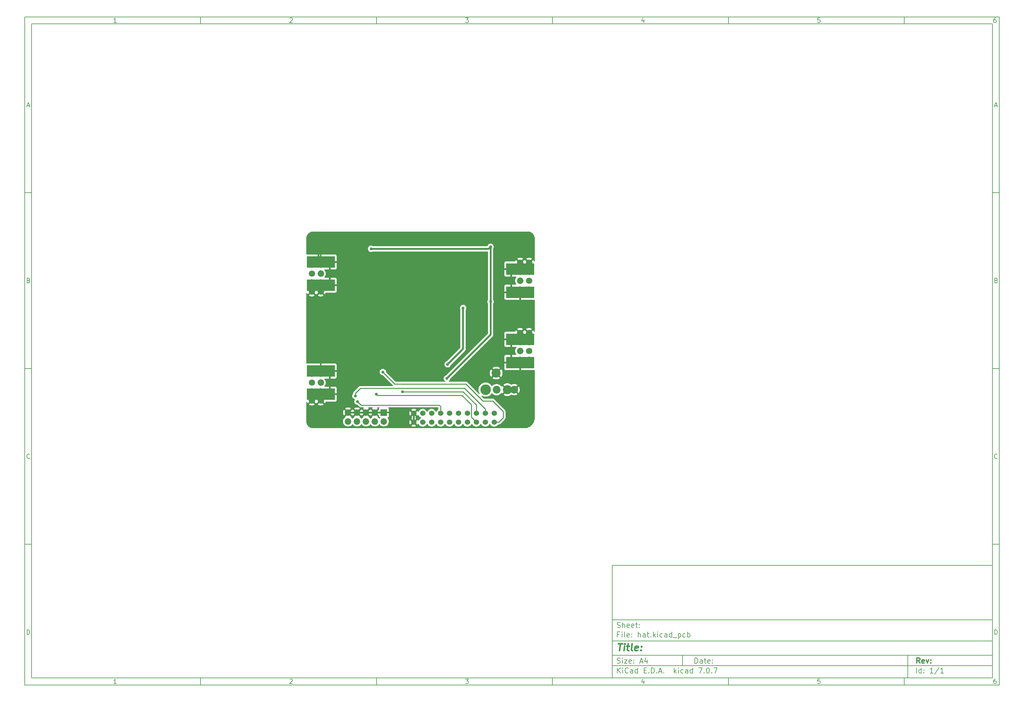
<source format=gbl>
%TF.GenerationSoftware,KiCad,Pcbnew,7.0.7*%
%TF.CreationDate,2023-12-26T13:29:33+01:00*%
%TF.ProjectId,hat,6861742e-6b69-4636-9164-5f7063625858,rev?*%
%TF.SameCoordinates,Original*%
%TF.FileFunction,Copper,L2,Bot*%
%TF.FilePolarity,Positive*%
%FSLAX46Y46*%
G04 Gerber Fmt 4.6, Leading zero omitted, Abs format (unit mm)*
G04 Created by KiCad (PCBNEW 7.0.7) date 2023-12-26 13:29:33*
%MOMM*%
%LPD*%
G01*
G04 APERTURE LIST*
%ADD10C,0.100000*%
%ADD11C,0.150000*%
%ADD12C,0.300000*%
%ADD13C,0.400000*%
%TA.AperFunction,ComponentPad*%
%ADD14C,1.800000*%
%TD*%
%TA.AperFunction,ComponentPad*%
%ADD15C,1.850000*%
%TD*%
%TA.AperFunction,SMDPad,CuDef*%
%ADD16R,8.000000X3.300000*%
%TD*%
%TA.AperFunction,ComponentPad*%
%ADD17C,5.300000*%
%TD*%
%TA.AperFunction,ComponentPad*%
%ADD18C,2.200000*%
%TD*%
%TA.AperFunction,ComponentPad*%
%ADD19C,3.000000*%
%TD*%
%TA.AperFunction,ComponentPad*%
%ADD20C,2.600000*%
%TD*%
%TA.AperFunction,ComponentPad*%
%ADD21R,1.850000X1.850000*%
%TD*%
%TA.AperFunction,ComponentPad*%
%ADD22C,1.524000*%
%TD*%
%TA.AperFunction,ViaPad*%
%ADD23C,0.800000*%
%TD*%
%TA.AperFunction,Conductor*%
%ADD24C,0.250000*%
%TD*%
%TA.AperFunction,Conductor*%
%ADD25C,0.500000*%
%TD*%
G04 APERTURE END LIST*
D10*
D11*
X177002200Y-166007200D02*
X285002200Y-166007200D01*
X285002200Y-198007200D01*
X177002200Y-198007200D01*
X177002200Y-166007200D01*
D10*
D11*
X10000000Y-10000000D02*
X287002200Y-10000000D01*
X287002200Y-200007200D01*
X10000000Y-200007200D01*
X10000000Y-10000000D01*
D10*
D11*
X12000000Y-12000000D02*
X285002200Y-12000000D01*
X285002200Y-198007200D01*
X12000000Y-198007200D01*
X12000000Y-12000000D01*
D10*
D11*
X60000000Y-12000000D02*
X60000000Y-10000000D01*
D10*
D11*
X110000000Y-12000000D02*
X110000000Y-10000000D01*
D10*
D11*
X160000000Y-12000000D02*
X160000000Y-10000000D01*
D10*
D11*
X210000000Y-12000000D02*
X210000000Y-10000000D01*
D10*
D11*
X260000000Y-12000000D02*
X260000000Y-10000000D01*
D10*
D11*
X36089160Y-11593604D02*
X35346303Y-11593604D01*
X35717731Y-11593604D02*
X35717731Y-10293604D01*
X35717731Y-10293604D02*
X35593922Y-10479319D01*
X35593922Y-10479319D02*
X35470112Y-10603128D01*
X35470112Y-10603128D02*
X35346303Y-10665033D01*
D10*
D11*
X85346303Y-10417414D02*
X85408207Y-10355509D01*
X85408207Y-10355509D02*
X85532017Y-10293604D01*
X85532017Y-10293604D02*
X85841541Y-10293604D01*
X85841541Y-10293604D02*
X85965350Y-10355509D01*
X85965350Y-10355509D02*
X86027255Y-10417414D01*
X86027255Y-10417414D02*
X86089160Y-10541223D01*
X86089160Y-10541223D02*
X86089160Y-10665033D01*
X86089160Y-10665033D02*
X86027255Y-10850747D01*
X86027255Y-10850747D02*
X85284398Y-11593604D01*
X85284398Y-11593604D02*
X86089160Y-11593604D01*
D10*
D11*
X135284398Y-10293604D02*
X136089160Y-10293604D01*
X136089160Y-10293604D02*
X135655826Y-10788842D01*
X135655826Y-10788842D02*
X135841541Y-10788842D01*
X135841541Y-10788842D02*
X135965350Y-10850747D01*
X135965350Y-10850747D02*
X136027255Y-10912652D01*
X136027255Y-10912652D02*
X136089160Y-11036461D01*
X136089160Y-11036461D02*
X136089160Y-11345985D01*
X136089160Y-11345985D02*
X136027255Y-11469795D01*
X136027255Y-11469795D02*
X135965350Y-11531700D01*
X135965350Y-11531700D02*
X135841541Y-11593604D01*
X135841541Y-11593604D02*
X135470112Y-11593604D01*
X135470112Y-11593604D02*
X135346303Y-11531700D01*
X135346303Y-11531700D02*
X135284398Y-11469795D01*
D10*
D11*
X185965350Y-10726938D02*
X185965350Y-11593604D01*
X185655826Y-10231700D02*
X185346303Y-11160271D01*
X185346303Y-11160271D02*
X186151064Y-11160271D01*
D10*
D11*
X236027255Y-10293604D02*
X235408207Y-10293604D01*
X235408207Y-10293604D02*
X235346303Y-10912652D01*
X235346303Y-10912652D02*
X235408207Y-10850747D01*
X235408207Y-10850747D02*
X235532017Y-10788842D01*
X235532017Y-10788842D02*
X235841541Y-10788842D01*
X235841541Y-10788842D02*
X235965350Y-10850747D01*
X235965350Y-10850747D02*
X236027255Y-10912652D01*
X236027255Y-10912652D02*
X236089160Y-11036461D01*
X236089160Y-11036461D02*
X236089160Y-11345985D01*
X236089160Y-11345985D02*
X236027255Y-11469795D01*
X236027255Y-11469795D02*
X235965350Y-11531700D01*
X235965350Y-11531700D02*
X235841541Y-11593604D01*
X235841541Y-11593604D02*
X235532017Y-11593604D01*
X235532017Y-11593604D02*
X235408207Y-11531700D01*
X235408207Y-11531700D02*
X235346303Y-11469795D01*
D10*
D11*
X285965350Y-10293604D02*
X285717731Y-10293604D01*
X285717731Y-10293604D02*
X285593922Y-10355509D01*
X285593922Y-10355509D02*
X285532017Y-10417414D01*
X285532017Y-10417414D02*
X285408207Y-10603128D01*
X285408207Y-10603128D02*
X285346303Y-10850747D01*
X285346303Y-10850747D02*
X285346303Y-11345985D01*
X285346303Y-11345985D02*
X285408207Y-11469795D01*
X285408207Y-11469795D02*
X285470112Y-11531700D01*
X285470112Y-11531700D02*
X285593922Y-11593604D01*
X285593922Y-11593604D02*
X285841541Y-11593604D01*
X285841541Y-11593604D02*
X285965350Y-11531700D01*
X285965350Y-11531700D02*
X286027255Y-11469795D01*
X286027255Y-11469795D02*
X286089160Y-11345985D01*
X286089160Y-11345985D02*
X286089160Y-11036461D01*
X286089160Y-11036461D02*
X286027255Y-10912652D01*
X286027255Y-10912652D02*
X285965350Y-10850747D01*
X285965350Y-10850747D02*
X285841541Y-10788842D01*
X285841541Y-10788842D02*
X285593922Y-10788842D01*
X285593922Y-10788842D02*
X285470112Y-10850747D01*
X285470112Y-10850747D02*
X285408207Y-10912652D01*
X285408207Y-10912652D02*
X285346303Y-11036461D01*
D10*
D11*
X60000000Y-198007200D02*
X60000000Y-200007200D01*
D10*
D11*
X110000000Y-198007200D02*
X110000000Y-200007200D01*
D10*
D11*
X160000000Y-198007200D02*
X160000000Y-200007200D01*
D10*
D11*
X210000000Y-198007200D02*
X210000000Y-200007200D01*
D10*
D11*
X260000000Y-198007200D02*
X260000000Y-200007200D01*
D10*
D11*
X36089160Y-199600804D02*
X35346303Y-199600804D01*
X35717731Y-199600804D02*
X35717731Y-198300804D01*
X35717731Y-198300804D02*
X35593922Y-198486519D01*
X35593922Y-198486519D02*
X35470112Y-198610328D01*
X35470112Y-198610328D02*
X35346303Y-198672233D01*
D10*
D11*
X85346303Y-198424614D02*
X85408207Y-198362709D01*
X85408207Y-198362709D02*
X85532017Y-198300804D01*
X85532017Y-198300804D02*
X85841541Y-198300804D01*
X85841541Y-198300804D02*
X85965350Y-198362709D01*
X85965350Y-198362709D02*
X86027255Y-198424614D01*
X86027255Y-198424614D02*
X86089160Y-198548423D01*
X86089160Y-198548423D02*
X86089160Y-198672233D01*
X86089160Y-198672233D02*
X86027255Y-198857947D01*
X86027255Y-198857947D02*
X85284398Y-199600804D01*
X85284398Y-199600804D02*
X86089160Y-199600804D01*
D10*
D11*
X135284398Y-198300804D02*
X136089160Y-198300804D01*
X136089160Y-198300804D02*
X135655826Y-198796042D01*
X135655826Y-198796042D02*
X135841541Y-198796042D01*
X135841541Y-198796042D02*
X135965350Y-198857947D01*
X135965350Y-198857947D02*
X136027255Y-198919852D01*
X136027255Y-198919852D02*
X136089160Y-199043661D01*
X136089160Y-199043661D02*
X136089160Y-199353185D01*
X136089160Y-199353185D02*
X136027255Y-199476995D01*
X136027255Y-199476995D02*
X135965350Y-199538900D01*
X135965350Y-199538900D02*
X135841541Y-199600804D01*
X135841541Y-199600804D02*
X135470112Y-199600804D01*
X135470112Y-199600804D02*
X135346303Y-199538900D01*
X135346303Y-199538900D02*
X135284398Y-199476995D01*
D10*
D11*
X185965350Y-198734138D02*
X185965350Y-199600804D01*
X185655826Y-198238900D02*
X185346303Y-199167471D01*
X185346303Y-199167471D02*
X186151064Y-199167471D01*
D10*
D11*
X236027255Y-198300804D02*
X235408207Y-198300804D01*
X235408207Y-198300804D02*
X235346303Y-198919852D01*
X235346303Y-198919852D02*
X235408207Y-198857947D01*
X235408207Y-198857947D02*
X235532017Y-198796042D01*
X235532017Y-198796042D02*
X235841541Y-198796042D01*
X235841541Y-198796042D02*
X235965350Y-198857947D01*
X235965350Y-198857947D02*
X236027255Y-198919852D01*
X236027255Y-198919852D02*
X236089160Y-199043661D01*
X236089160Y-199043661D02*
X236089160Y-199353185D01*
X236089160Y-199353185D02*
X236027255Y-199476995D01*
X236027255Y-199476995D02*
X235965350Y-199538900D01*
X235965350Y-199538900D02*
X235841541Y-199600804D01*
X235841541Y-199600804D02*
X235532017Y-199600804D01*
X235532017Y-199600804D02*
X235408207Y-199538900D01*
X235408207Y-199538900D02*
X235346303Y-199476995D01*
D10*
D11*
X285965350Y-198300804D02*
X285717731Y-198300804D01*
X285717731Y-198300804D02*
X285593922Y-198362709D01*
X285593922Y-198362709D02*
X285532017Y-198424614D01*
X285532017Y-198424614D02*
X285408207Y-198610328D01*
X285408207Y-198610328D02*
X285346303Y-198857947D01*
X285346303Y-198857947D02*
X285346303Y-199353185D01*
X285346303Y-199353185D02*
X285408207Y-199476995D01*
X285408207Y-199476995D02*
X285470112Y-199538900D01*
X285470112Y-199538900D02*
X285593922Y-199600804D01*
X285593922Y-199600804D02*
X285841541Y-199600804D01*
X285841541Y-199600804D02*
X285965350Y-199538900D01*
X285965350Y-199538900D02*
X286027255Y-199476995D01*
X286027255Y-199476995D02*
X286089160Y-199353185D01*
X286089160Y-199353185D02*
X286089160Y-199043661D01*
X286089160Y-199043661D02*
X286027255Y-198919852D01*
X286027255Y-198919852D02*
X285965350Y-198857947D01*
X285965350Y-198857947D02*
X285841541Y-198796042D01*
X285841541Y-198796042D02*
X285593922Y-198796042D01*
X285593922Y-198796042D02*
X285470112Y-198857947D01*
X285470112Y-198857947D02*
X285408207Y-198919852D01*
X285408207Y-198919852D02*
X285346303Y-199043661D01*
D10*
D11*
X10000000Y-60000000D02*
X12000000Y-60000000D01*
D10*
D11*
X10000000Y-110000000D02*
X12000000Y-110000000D01*
D10*
D11*
X10000000Y-160000000D02*
X12000000Y-160000000D01*
D10*
D11*
X10690476Y-35222176D02*
X11309523Y-35222176D01*
X10566666Y-35593604D02*
X10999999Y-34293604D01*
X10999999Y-34293604D02*
X11433333Y-35593604D01*
D10*
D11*
X11092857Y-84912652D02*
X11278571Y-84974557D01*
X11278571Y-84974557D02*
X11340476Y-85036461D01*
X11340476Y-85036461D02*
X11402380Y-85160271D01*
X11402380Y-85160271D02*
X11402380Y-85345985D01*
X11402380Y-85345985D02*
X11340476Y-85469795D01*
X11340476Y-85469795D02*
X11278571Y-85531700D01*
X11278571Y-85531700D02*
X11154761Y-85593604D01*
X11154761Y-85593604D02*
X10659523Y-85593604D01*
X10659523Y-85593604D02*
X10659523Y-84293604D01*
X10659523Y-84293604D02*
X11092857Y-84293604D01*
X11092857Y-84293604D02*
X11216666Y-84355509D01*
X11216666Y-84355509D02*
X11278571Y-84417414D01*
X11278571Y-84417414D02*
X11340476Y-84541223D01*
X11340476Y-84541223D02*
X11340476Y-84665033D01*
X11340476Y-84665033D02*
X11278571Y-84788842D01*
X11278571Y-84788842D02*
X11216666Y-84850747D01*
X11216666Y-84850747D02*
X11092857Y-84912652D01*
X11092857Y-84912652D02*
X10659523Y-84912652D01*
D10*
D11*
X11402380Y-135469795D02*
X11340476Y-135531700D01*
X11340476Y-135531700D02*
X11154761Y-135593604D01*
X11154761Y-135593604D02*
X11030952Y-135593604D01*
X11030952Y-135593604D02*
X10845238Y-135531700D01*
X10845238Y-135531700D02*
X10721428Y-135407890D01*
X10721428Y-135407890D02*
X10659523Y-135284080D01*
X10659523Y-135284080D02*
X10597619Y-135036461D01*
X10597619Y-135036461D02*
X10597619Y-134850747D01*
X10597619Y-134850747D02*
X10659523Y-134603128D01*
X10659523Y-134603128D02*
X10721428Y-134479319D01*
X10721428Y-134479319D02*
X10845238Y-134355509D01*
X10845238Y-134355509D02*
X11030952Y-134293604D01*
X11030952Y-134293604D02*
X11154761Y-134293604D01*
X11154761Y-134293604D02*
X11340476Y-134355509D01*
X11340476Y-134355509D02*
X11402380Y-134417414D01*
D10*
D11*
X10659523Y-185593604D02*
X10659523Y-184293604D01*
X10659523Y-184293604D02*
X10969047Y-184293604D01*
X10969047Y-184293604D02*
X11154761Y-184355509D01*
X11154761Y-184355509D02*
X11278571Y-184479319D01*
X11278571Y-184479319D02*
X11340476Y-184603128D01*
X11340476Y-184603128D02*
X11402380Y-184850747D01*
X11402380Y-184850747D02*
X11402380Y-185036461D01*
X11402380Y-185036461D02*
X11340476Y-185284080D01*
X11340476Y-185284080D02*
X11278571Y-185407890D01*
X11278571Y-185407890D02*
X11154761Y-185531700D01*
X11154761Y-185531700D02*
X10969047Y-185593604D01*
X10969047Y-185593604D02*
X10659523Y-185593604D01*
D10*
D11*
X287002200Y-60000000D02*
X285002200Y-60000000D01*
D10*
D11*
X287002200Y-110000000D02*
X285002200Y-110000000D01*
D10*
D11*
X287002200Y-160000000D02*
X285002200Y-160000000D01*
D10*
D11*
X285692676Y-35222176D02*
X286311723Y-35222176D01*
X285568866Y-35593604D02*
X286002199Y-34293604D01*
X286002199Y-34293604D02*
X286435533Y-35593604D01*
D10*
D11*
X286095057Y-84912652D02*
X286280771Y-84974557D01*
X286280771Y-84974557D02*
X286342676Y-85036461D01*
X286342676Y-85036461D02*
X286404580Y-85160271D01*
X286404580Y-85160271D02*
X286404580Y-85345985D01*
X286404580Y-85345985D02*
X286342676Y-85469795D01*
X286342676Y-85469795D02*
X286280771Y-85531700D01*
X286280771Y-85531700D02*
X286156961Y-85593604D01*
X286156961Y-85593604D02*
X285661723Y-85593604D01*
X285661723Y-85593604D02*
X285661723Y-84293604D01*
X285661723Y-84293604D02*
X286095057Y-84293604D01*
X286095057Y-84293604D02*
X286218866Y-84355509D01*
X286218866Y-84355509D02*
X286280771Y-84417414D01*
X286280771Y-84417414D02*
X286342676Y-84541223D01*
X286342676Y-84541223D02*
X286342676Y-84665033D01*
X286342676Y-84665033D02*
X286280771Y-84788842D01*
X286280771Y-84788842D02*
X286218866Y-84850747D01*
X286218866Y-84850747D02*
X286095057Y-84912652D01*
X286095057Y-84912652D02*
X285661723Y-84912652D01*
D10*
D11*
X286404580Y-135469795D02*
X286342676Y-135531700D01*
X286342676Y-135531700D02*
X286156961Y-135593604D01*
X286156961Y-135593604D02*
X286033152Y-135593604D01*
X286033152Y-135593604D02*
X285847438Y-135531700D01*
X285847438Y-135531700D02*
X285723628Y-135407890D01*
X285723628Y-135407890D02*
X285661723Y-135284080D01*
X285661723Y-135284080D02*
X285599819Y-135036461D01*
X285599819Y-135036461D02*
X285599819Y-134850747D01*
X285599819Y-134850747D02*
X285661723Y-134603128D01*
X285661723Y-134603128D02*
X285723628Y-134479319D01*
X285723628Y-134479319D02*
X285847438Y-134355509D01*
X285847438Y-134355509D02*
X286033152Y-134293604D01*
X286033152Y-134293604D02*
X286156961Y-134293604D01*
X286156961Y-134293604D02*
X286342676Y-134355509D01*
X286342676Y-134355509D02*
X286404580Y-134417414D01*
D10*
D11*
X285661723Y-185593604D02*
X285661723Y-184293604D01*
X285661723Y-184293604D02*
X285971247Y-184293604D01*
X285971247Y-184293604D02*
X286156961Y-184355509D01*
X286156961Y-184355509D02*
X286280771Y-184479319D01*
X286280771Y-184479319D02*
X286342676Y-184603128D01*
X286342676Y-184603128D02*
X286404580Y-184850747D01*
X286404580Y-184850747D02*
X286404580Y-185036461D01*
X286404580Y-185036461D02*
X286342676Y-185284080D01*
X286342676Y-185284080D02*
X286280771Y-185407890D01*
X286280771Y-185407890D02*
X286156961Y-185531700D01*
X286156961Y-185531700D02*
X285971247Y-185593604D01*
X285971247Y-185593604D02*
X285661723Y-185593604D01*
D10*
D11*
X200458026Y-193793328D02*
X200458026Y-192293328D01*
X200458026Y-192293328D02*
X200815169Y-192293328D01*
X200815169Y-192293328D02*
X201029455Y-192364757D01*
X201029455Y-192364757D02*
X201172312Y-192507614D01*
X201172312Y-192507614D02*
X201243741Y-192650471D01*
X201243741Y-192650471D02*
X201315169Y-192936185D01*
X201315169Y-192936185D02*
X201315169Y-193150471D01*
X201315169Y-193150471D02*
X201243741Y-193436185D01*
X201243741Y-193436185D02*
X201172312Y-193579042D01*
X201172312Y-193579042D02*
X201029455Y-193721900D01*
X201029455Y-193721900D02*
X200815169Y-193793328D01*
X200815169Y-193793328D02*
X200458026Y-193793328D01*
X202600884Y-193793328D02*
X202600884Y-193007614D01*
X202600884Y-193007614D02*
X202529455Y-192864757D01*
X202529455Y-192864757D02*
X202386598Y-192793328D01*
X202386598Y-192793328D02*
X202100884Y-192793328D01*
X202100884Y-192793328D02*
X201958026Y-192864757D01*
X202600884Y-193721900D02*
X202458026Y-193793328D01*
X202458026Y-193793328D02*
X202100884Y-193793328D01*
X202100884Y-193793328D02*
X201958026Y-193721900D01*
X201958026Y-193721900D02*
X201886598Y-193579042D01*
X201886598Y-193579042D02*
X201886598Y-193436185D01*
X201886598Y-193436185D02*
X201958026Y-193293328D01*
X201958026Y-193293328D02*
X202100884Y-193221900D01*
X202100884Y-193221900D02*
X202458026Y-193221900D01*
X202458026Y-193221900D02*
X202600884Y-193150471D01*
X203100884Y-192793328D02*
X203672312Y-192793328D01*
X203315169Y-192293328D02*
X203315169Y-193579042D01*
X203315169Y-193579042D02*
X203386598Y-193721900D01*
X203386598Y-193721900D02*
X203529455Y-193793328D01*
X203529455Y-193793328D02*
X203672312Y-193793328D01*
X204743741Y-193721900D02*
X204600884Y-193793328D01*
X204600884Y-193793328D02*
X204315170Y-193793328D01*
X204315170Y-193793328D02*
X204172312Y-193721900D01*
X204172312Y-193721900D02*
X204100884Y-193579042D01*
X204100884Y-193579042D02*
X204100884Y-193007614D01*
X204100884Y-193007614D02*
X204172312Y-192864757D01*
X204172312Y-192864757D02*
X204315170Y-192793328D01*
X204315170Y-192793328D02*
X204600884Y-192793328D01*
X204600884Y-192793328D02*
X204743741Y-192864757D01*
X204743741Y-192864757D02*
X204815170Y-193007614D01*
X204815170Y-193007614D02*
X204815170Y-193150471D01*
X204815170Y-193150471D02*
X204100884Y-193293328D01*
X205458026Y-193650471D02*
X205529455Y-193721900D01*
X205529455Y-193721900D02*
X205458026Y-193793328D01*
X205458026Y-193793328D02*
X205386598Y-193721900D01*
X205386598Y-193721900D02*
X205458026Y-193650471D01*
X205458026Y-193650471D02*
X205458026Y-193793328D01*
X205458026Y-192864757D02*
X205529455Y-192936185D01*
X205529455Y-192936185D02*
X205458026Y-193007614D01*
X205458026Y-193007614D02*
X205386598Y-192936185D01*
X205386598Y-192936185D02*
X205458026Y-192864757D01*
X205458026Y-192864757D02*
X205458026Y-193007614D01*
D10*
D11*
X177002200Y-194507200D02*
X285002200Y-194507200D01*
D10*
D11*
X178458026Y-196593328D02*
X178458026Y-195093328D01*
X179315169Y-196593328D02*
X178672312Y-195736185D01*
X179315169Y-195093328D02*
X178458026Y-195950471D01*
X179958026Y-196593328D02*
X179958026Y-195593328D01*
X179958026Y-195093328D02*
X179886598Y-195164757D01*
X179886598Y-195164757D02*
X179958026Y-195236185D01*
X179958026Y-195236185D02*
X180029455Y-195164757D01*
X180029455Y-195164757D02*
X179958026Y-195093328D01*
X179958026Y-195093328D02*
X179958026Y-195236185D01*
X181529455Y-196450471D02*
X181458027Y-196521900D01*
X181458027Y-196521900D02*
X181243741Y-196593328D01*
X181243741Y-196593328D02*
X181100884Y-196593328D01*
X181100884Y-196593328D02*
X180886598Y-196521900D01*
X180886598Y-196521900D02*
X180743741Y-196379042D01*
X180743741Y-196379042D02*
X180672312Y-196236185D01*
X180672312Y-196236185D02*
X180600884Y-195950471D01*
X180600884Y-195950471D02*
X180600884Y-195736185D01*
X180600884Y-195736185D02*
X180672312Y-195450471D01*
X180672312Y-195450471D02*
X180743741Y-195307614D01*
X180743741Y-195307614D02*
X180886598Y-195164757D01*
X180886598Y-195164757D02*
X181100884Y-195093328D01*
X181100884Y-195093328D02*
X181243741Y-195093328D01*
X181243741Y-195093328D02*
X181458027Y-195164757D01*
X181458027Y-195164757D02*
X181529455Y-195236185D01*
X182815170Y-196593328D02*
X182815170Y-195807614D01*
X182815170Y-195807614D02*
X182743741Y-195664757D01*
X182743741Y-195664757D02*
X182600884Y-195593328D01*
X182600884Y-195593328D02*
X182315170Y-195593328D01*
X182315170Y-195593328D02*
X182172312Y-195664757D01*
X182815170Y-196521900D02*
X182672312Y-196593328D01*
X182672312Y-196593328D02*
X182315170Y-196593328D01*
X182315170Y-196593328D02*
X182172312Y-196521900D01*
X182172312Y-196521900D02*
X182100884Y-196379042D01*
X182100884Y-196379042D02*
X182100884Y-196236185D01*
X182100884Y-196236185D02*
X182172312Y-196093328D01*
X182172312Y-196093328D02*
X182315170Y-196021900D01*
X182315170Y-196021900D02*
X182672312Y-196021900D01*
X182672312Y-196021900D02*
X182815170Y-195950471D01*
X184172313Y-196593328D02*
X184172313Y-195093328D01*
X184172313Y-196521900D02*
X184029455Y-196593328D01*
X184029455Y-196593328D02*
X183743741Y-196593328D01*
X183743741Y-196593328D02*
X183600884Y-196521900D01*
X183600884Y-196521900D02*
X183529455Y-196450471D01*
X183529455Y-196450471D02*
X183458027Y-196307614D01*
X183458027Y-196307614D02*
X183458027Y-195879042D01*
X183458027Y-195879042D02*
X183529455Y-195736185D01*
X183529455Y-195736185D02*
X183600884Y-195664757D01*
X183600884Y-195664757D02*
X183743741Y-195593328D01*
X183743741Y-195593328D02*
X184029455Y-195593328D01*
X184029455Y-195593328D02*
X184172313Y-195664757D01*
X186029455Y-195807614D02*
X186529455Y-195807614D01*
X186743741Y-196593328D02*
X186029455Y-196593328D01*
X186029455Y-196593328D02*
X186029455Y-195093328D01*
X186029455Y-195093328D02*
X186743741Y-195093328D01*
X187386598Y-196450471D02*
X187458027Y-196521900D01*
X187458027Y-196521900D02*
X187386598Y-196593328D01*
X187386598Y-196593328D02*
X187315170Y-196521900D01*
X187315170Y-196521900D02*
X187386598Y-196450471D01*
X187386598Y-196450471D02*
X187386598Y-196593328D01*
X188100884Y-196593328D02*
X188100884Y-195093328D01*
X188100884Y-195093328D02*
X188458027Y-195093328D01*
X188458027Y-195093328D02*
X188672313Y-195164757D01*
X188672313Y-195164757D02*
X188815170Y-195307614D01*
X188815170Y-195307614D02*
X188886599Y-195450471D01*
X188886599Y-195450471D02*
X188958027Y-195736185D01*
X188958027Y-195736185D02*
X188958027Y-195950471D01*
X188958027Y-195950471D02*
X188886599Y-196236185D01*
X188886599Y-196236185D02*
X188815170Y-196379042D01*
X188815170Y-196379042D02*
X188672313Y-196521900D01*
X188672313Y-196521900D02*
X188458027Y-196593328D01*
X188458027Y-196593328D02*
X188100884Y-196593328D01*
X189600884Y-196450471D02*
X189672313Y-196521900D01*
X189672313Y-196521900D02*
X189600884Y-196593328D01*
X189600884Y-196593328D02*
X189529456Y-196521900D01*
X189529456Y-196521900D02*
X189600884Y-196450471D01*
X189600884Y-196450471D02*
X189600884Y-196593328D01*
X190243742Y-196164757D02*
X190958028Y-196164757D01*
X190100885Y-196593328D02*
X190600885Y-195093328D01*
X190600885Y-195093328D02*
X191100885Y-196593328D01*
X191600884Y-196450471D02*
X191672313Y-196521900D01*
X191672313Y-196521900D02*
X191600884Y-196593328D01*
X191600884Y-196593328D02*
X191529456Y-196521900D01*
X191529456Y-196521900D02*
X191600884Y-196450471D01*
X191600884Y-196450471D02*
X191600884Y-196593328D01*
X194600884Y-196593328D02*
X194600884Y-195093328D01*
X194743742Y-196021900D02*
X195172313Y-196593328D01*
X195172313Y-195593328D02*
X194600884Y-196164757D01*
X195815170Y-196593328D02*
X195815170Y-195593328D01*
X195815170Y-195093328D02*
X195743742Y-195164757D01*
X195743742Y-195164757D02*
X195815170Y-195236185D01*
X195815170Y-195236185D02*
X195886599Y-195164757D01*
X195886599Y-195164757D02*
X195815170Y-195093328D01*
X195815170Y-195093328D02*
X195815170Y-195236185D01*
X197172314Y-196521900D02*
X197029456Y-196593328D01*
X197029456Y-196593328D02*
X196743742Y-196593328D01*
X196743742Y-196593328D02*
X196600885Y-196521900D01*
X196600885Y-196521900D02*
X196529456Y-196450471D01*
X196529456Y-196450471D02*
X196458028Y-196307614D01*
X196458028Y-196307614D02*
X196458028Y-195879042D01*
X196458028Y-195879042D02*
X196529456Y-195736185D01*
X196529456Y-195736185D02*
X196600885Y-195664757D01*
X196600885Y-195664757D02*
X196743742Y-195593328D01*
X196743742Y-195593328D02*
X197029456Y-195593328D01*
X197029456Y-195593328D02*
X197172314Y-195664757D01*
X198458028Y-196593328D02*
X198458028Y-195807614D01*
X198458028Y-195807614D02*
X198386599Y-195664757D01*
X198386599Y-195664757D02*
X198243742Y-195593328D01*
X198243742Y-195593328D02*
X197958028Y-195593328D01*
X197958028Y-195593328D02*
X197815170Y-195664757D01*
X198458028Y-196521900D02*
X198315170Y-196593328D01*
X198315170Y-196593328D02*
X197958028Y-196593328D01*
X197958028Y-196593328D02*
X197815170Y-196521900D01*
X197815170Y-196521900D02*
X197743742Y-196379042D01*
X197743742Y-196379042D02*
X197743742Y-196236185D01*
X197743742Y-196236185D02*
X197815170Y-196093328D01*
X197815170Y-196093328D02*
X197958028Y-196021900D01*
X197958028Y-196021900D02*
X198315170Y-196021900D01*
X198315170Y-196021900D02*
X198458028Y-195950471D01*
X199815171Y-196593328D02*
X199815171Y-195093328D01*
X199815171Y-196521900D02*
X199672313Y-196593328D01*
X199672313Y-196593328D02*
X199386599Y-196593328D01*
X199386599Y-196593328D02*
X199243742Y-196521900D01*
X199243742Y-196521900D02*
X199172313Y-196450471D01*
X199172313Y-196450471D02*
X199100885Y-196307614D01*
X199100885Y-196307614D02*
X199100885Y-195879042D01*
X199100885Y-195879042D02*
X199172313Y-195736185D01*
X199172313Y-195736185D02*
X199243742Y-195664757D01*
X199243742Y-195664757D02*
X199386599Y-195593328D01*
X199386599Y-195593328D02*
X199672313Y-195593328D01*
X199672313Y-195593328D02*
X199815171Y-195664757D01*
X201529456Y-195093328D02*
X202529456Y-195093328D01*
X202529456Y-195093328D02*
X201886599Y-196593328D01*
X203100884Y-196450471D02*
X203172313Y-196521900D01*
X203172313Y-196521900D02*
X203100884Y-196593328D01*
X203100884Y-196593328D02*
X203029456Y-196521900D01*
X203029456Y-196521900D02*
X203100884Y-196450471D01*
X203100884Y-196450471D02*
X203100884Y-196593328D01*
X204100885Y-195093328D02*
X204243742Y-195093328D01*
X204243742Y-195093328D02*
X204386599Y-195164757D01*
X204386599Y-195164757D02*
X204458028Y-195236185D01*
X204458028Y-195236185D02*
X204529456Y-195379042D01*
X204529456Y-195379042D02*
X204600885Y-195664757D01*
X204600885Y-195664757D02*
X204600885Y-196021900D01*
X204600885Y-196021900D02*
X204529456Y-196307614D01*
X204529456Y-196307614D02*
X204458028Y-196450471D01*
X204458028Y-196450471D02*
X204386599Y-196521900D01*
X204386599Y-196521900D02*
X204243742Y-196593328D01*
X204243742Y-196593328D02*
X204100885Y-196593328D01*
X204100885Y-196593328D02*
X203958028Y-196521900D01*
X203958028Y-196521900D02*
X203886599Y-196450471D01*
X203886599Y-196450471D02*
X203815170Y-196307614D01*
X203815170Y-196307614D02*
X203743742Y-196021900D01*
X203743742Y-196021900D02*
X203743742Y-195664757D01*
X203743742Y-195664757D02*
X203815170Y-195379042D01*
X203815170Y-195379042D02*
X203886599Y-195236185D01*
X203886599Y-195236185D02*
X203958028Y-195164757D01*
X203958028Y-195164757D02*
X204100885Y-195093328D01*
X205243741Y-196450471D02*
X205315170Y-196521900D01*
X205315170Y-196521900D02*
X205243741Y-196593328D01*
X205243741Y-196593328D02*
X205172313Y-196521900D01*
X205172313Y-196521900D02*
X205243741Y-196450471D01*
X205243741Y-196450471D02*
X205243741Y-196593328D01*
X205815170Y-195093328D02*
X206815170Y-195093328D01*
X206815170Y-195093328D02*
X206172313Y-196593328D01*
D10*
D11*
X177002200Y-191507200D02*
X285002200Y-191507200D01*
D10*
D12*
X264413853Y-193785528D02*
X263913853Y-193071242D01*
X263556710Y-193785528D02*
X263556710Y-192285528D01*
X263556710Y-192285528D02*
X264128139Y-192285528D01*
X264128139Y-192285528D02*
X264270996Y-192356957D01*
X264270996Y-192356957D02*
X264342425Y-192428385D01*
X264342425Y-192428385D02*
X264413853Y-192571242D01*
X264413853Y-192571242D02*
X264413853Y-192785528D01*
X264413853Y-192785528D02*
X264342425Y-192928385D01*
X264342425Y-192928385D02*
X264270996Y-192999814D01*
X264270996Y-192999814D02*
X264128139Y-193071242D01*
X264128139Y-193071242D02*
X263556710Y-193071242D01*
X265628139Y-193714100D02*
X265485282Y-193785528D01*
X265485282Y-193785528D02*
X265199568Y-193785528D01*
X265199568Y-193785528D02*
X265056710Y-193714100D01*
X265056710Y-193714100D02*
X264985282Y-193571242D01*
X264985282Y-193571242D02*
X264985282Y-192999814D01*
X264985282Y-192999814D02*
X265056710Y-192856957D01*
X265056710Y-192856957D02*
X265199568Y-192785528D01*
X265199568Y-192785528D02*
X265485282Y-192785528D01*
X265485282Y-192785528D02*
X265628139Y-192856957D01*
X265628139Y-192856957D02*
X265699568Y-192999814D01*
X265699568Y-192999814D02*
X265699568Y-193142671D01*
X265699568Y-193142671D02*
X264985282Y-193285528D01*
X266199567Y-192785528D02*
X266556710Y-193785528D01*
X266556710Y-193785528D02*
X266913853Y-192785528D01*
X267485281Y-193642671D02*
X267556710Y-193714100D01*
X267556710Y-193714100D02*
X267485281Y-193785528D01*
X267485281Y-193785528D02*
X267413853Y-193714100D01*
X267413853Y-193714100D02*
X267485281Y-193642671D01*
X267485281Y-193642671D02*
X267485281Y-193785528D01*
X267485281Y-192856957D02*
X267556710Y-192928385D01*
X267556710Y-192928385D02*
X267485281Y-192999814D01*
X267485281Y-192999814D02*
X267413853Y-192928385D01*
X267413853Y-192928385D02*
X267485281Y-192856957D01*
X267485281Y-192856957D02*
X267485281Y-192999814D01*
D10*
D11*
X178386598Y-193721900D02*
X178600884Y-193793328D01*
X178600884Y-193793328D02*
X178958026Y-193793328D01*
X178958026Y-193793328D02*
X179100884Y-193721900D01*
X179100884Y-193721900D02*
X179172312Y-193650471D01*
X179172312Y-193650471D02*
X179243741Y-193507614D01*
X179243741Y-193507614D02*
X179243741Y-193364757D01*
X179243741Y-193364757D02*
X179172312Y-193221900D01*
X179172312Y-193221900D02*
X179100884Y-193150471D01*
X179100884Y-193150471D02*
X178958026Y-193079042D01*
X178958026Y-193079042D02*
X178672312Y-193007614D01*
X178672312Y-193007614D02*
X178529455Y-192936185D01*
X178529455Y-192936185D02*
X178458026Y-192864757D01*
X178458026Y-192864757D02*
X178386598Y-192721900D01*
X178386598Y-192721900D02*
X178386598Y-192579042D01*
X178386598Y-192579042D02*
X178458026Y-192436185D01*
X178458026Y-192436185D02*
X178529455Y-192364757D01*
X178529455Y-192364757D02*
X178672312Y-192293328D01*
X178672312Y-192293328D02*
X179029455Y-192293328D01*
X179029455Y-192293328D02*
X179243741Y-192364757D01*
X179886597Y-193793328D02*
X179886597Y-192793328D01*
X179886597Y-192293328D02*
X179815169Y-192364757D01*
X179815169Y-192364757D02*
X179886597Y-192436185D01*
X179886597Y-192436185D02*
X179958026Y-192364757D01*
X179958026Y-192364757D02*
X179886597Y-192293328D01*
X179886597Y-192293328D02*
X179886597Y-192436185D01*
X180458026Y-192793328D02*
X181243741Y-192793328D01*
X181243741Y-192793328D02*
X180458026Y-193793328D01*
X180458026Y-193793328D02*
X181243741Y-193793328D01*
X182386598Y-193721900D02*
X182243741Y-193793328D01*
X182243741Y-193793328D02*
X181958027Y-193793328D01*
X181958027Y-193793328D02*
X181815169Y-193721900D01*
X181815169Y-193721900D02*
X181743741Y-193579042D01*
X181743741Y-193579042D02*
X181743741Y-193007614D01*
X181743741Y-193007614D02*
X181815169Y-192864757D01*
X181815169Y-192864757D02*
X181958027Y-192793328D01*
X181958027Y-192793328D02*
X182243741Y-192793328D01*
X182243741Y-192793328D02*
X182386598Y-192864757D01*
X182386598Y-192864757D02*
X182458027Y-193007614D01*
X182458027Y-193007614D02*
X182458027Y-193150471D01*
X182458027Y-193150471D02*
X181743741Y-193293328D01*
X183100883Y-193650471D02*
X183172312Y-193721900D01*
X183172312Y-193721900D02*
X183100883Y-193793328D01*
X183100883Y-193793328D02*
X183029455Y-193721900D01*
X183029455Y-193721900D02*
X183100883Y-193650471D01*
X183100883Y-193650471D02*
X183100883Y-193793328D01*
X183100883Y-192864757D02*
X183172312Y-192936185D01*
X183172312Y-192936185D02*
X183100883Y-193007614D01*
X183100883Y-193007614D02*
X183029455Y-192936185D01*
X183029455Y-192936185D02*
X183100883Y-192864757D01*
X183100883Y-192864757D02*
X183100883Y-193007614D01*
X184886598Y-193364757D02*
X185600884Y-193364757D01*
X184743741Y-193793328D02*
X185243741Y-192293328D01*
X185243741Y-192293328D02*
X185743741Y-193793328D01*
X186886598Y-192793328D02*
X186886598Y-193793328D01*
X186529455Y-192221900D02*
X186172312Y-193293328D01*
X186172312Y-193293328D02*
X187100883Y-193293328D01*
D10*
D11*
X263458026Y-196593328D02*
X263458026Y-195093328D01*
X264815170Y-196593328D02*
X264815170Y-195093328D01*
X264815170Y-196521900D02*
X264672312Y-196593328D01*
X264672312Y-196593328D02*
X264386598Y-196593328D01*
X264386598Y-196593328D02*
X264243741Y-196521900D01*
X264243741Y-196521900D02*
X264172312Y-196450471D01*
X264172312Y-196450471D02*
X264100884Y-196307614D01*
X264100884Y-196307614D02*
X264100884Y-195879042D01*
X264100884Y-195879042D02*
X264172312Y-195736185D01*
X264172312Y-195736185D02*
X264243741Y-195664757D01*
X264243741Y-195664757D02*
X264386598Y-195593328D01*
X264386598Y-195593328D02*
X264672312Y-195593328D01*
X264672312Y-195593328D02*
X264815170Y-195664757D01*
X265529455Y-196450471D02*
X265600884Y-196521900D01*
X265600884Y-196521900D02*
X265529455Y-196593328D01*
X265529455Y-196593328D02*
X265458027Y-196521900D01*
X265458027Y-196521900D02*
X265529455Y-196450471D01*
X265529455Y-196450471D02*
X265529455Y-196593328D01*
X265529455Y-195664757D02*
X265600884Y-195736185D01*
X265600884Y-195736185D02*
X265529455Y-195807614D01*
X265529455Y-195807614D02*
X265458027Y-195736185D01*
X265458027Y-195736185D02*
X265529455Y-195664757D01*
X265529455Y-195664757D02*
X265529455Y-195807614D01*
X268172313Y-196593328D02*
X267315170Y-196593328D01*
X267743741Y-196593328D02*
X267743741Y-195093328D01*
X267743741Y-195093328D02*
X267600884Y-195307614D01*
X267600884Y-195307614D02*
X267458027Y-195450471D01*
X267458027Y-195450471D02*
X267315170Y-195521900D01*
X269886598Y-195021900D02*
X268600884Y-196950471D01*
X271172313Y-196593328D02*
X270315170Y-196593328D01*
X270743741Y-196593328D02*
X270743741Y-195093328D01*
X270743741Y-195093328D02*
X270600884Y-195307614D01*
X270600884Y-195307614D02*
X270458027Y-195450471D01*
X270458027Y-195450471D02*
X270315170Y-195521900D01*
D10*
D11*
X177002200Y-187507200D02*
X285002200Y-187507200D01*
D10*
D13*
X178693928Y-188211638D02*
X179836785Y-188211638D01*
X179015357Y-190211638D02*
X179265357Y-188211638D01*
X180253452Y-190211638D02*
X180420119Y-188878304D01*
X180503452Y-188211638D02*
X180396309Y-188306876D01*
X180396309Y-188306876D02*
X180479643Y-188402114D01*
X180479643Y-188402114D02*
X180586786Y-188306876D01*
X180586786Y-188306876D02*
X180503452Y-188211638D01*
X180503452Y-188211638D02*
X180479643Y-188402114D01*
X181086786Y-188878304D02*
X181848690Y-188878304D01*
X181455833Y-188211638D02*
X181241548Y-189925923D01*
X181241548Y-189925923D02*
X181312976Y-190116400D01*
X181312976Y-190116400D02*
X181491548Y-190211638D01*
X181491548Y-190211638D02*
X181682024Y-190211638D01*
X182634405Y-190211638D02*
X182455833Y-190116400D01*
X182455833Y-190116400D02*
X182384405Y-189925923D01*
X182384405Y-189925923D02*
X182598690Y-188211638D01*
X184170119Y-190116400D02*
X183967738Y-190211638D01*
X183967738Y-190211638D02*
X183586785Y-190211638D01*
X183586785Y-190211638D02*
X183408214Y-190116400D01*
X183408214Y-190116400D02*
X183336785Y-189925923D01*
X183336785Y-189925923D02*
X183432024Y-189164019D01*
X183432024Y-189164019D02*
X183551071Y-188973542D01*
X183551071Y-188973542D02*
X183753452Y-188878304D01*
X183753452Y-188878304D02*
X184134404Y-188878304D01*
X184134404Y-188878304D02*
X184312976Y-188973542D01*
X184312976Y-188973542D02*
X184384404Y-189164019D01*
X184384404Y-189164019D02*
X184360595Y-189354495D01*
X184360595Y-189354495D02*
X183384404Y-189544971D01*
X185134405Y-190021161D02*
X185217738Y-190116400D01*
X185217738Y-190116400D02*
X185110595Y-190211638D01*
X185110595Y-190211638D02*
X185027262Y-190116400D01*
X185027262Y-190116400D02*
X185134405Y-190021161D01*
X185134405Y-190021161D02*
X185110595Y-190211638D01*
X185265357Y-188973542D02*
X185348690Y-189068780D01*
X185348690Y-189068780D02*
X185241548Y-189164019D01*
X185241548Y-189164019D02*
X185158214Y-189068780D01*
X185158214Y-189068780D02*
X185265357Y-188973542D01*
X185265357Y-188973542D02*
X185241548Y-189164019D01*
D10*
D11*
X178958026Y-185607614D02*
X178458026Y-185607614D01*
X178458026Y-186393328D02*
X178458026Y-184893328D01*
X178458026Y-184893328D02*
X179172312Y-184893328D01*
X179743740Y-186393328D02*
X179743740Y-185393328D01*
X179743740Y-184893328D02*
X179672312Y-184964757D01*
X179672312Y-184964757D02*
X179743740Y-185036185D01*
X179743740Y-185036185D02*
X179815169Y-184964757D01*
X179815169Y-184964757D02*
X179743740Y-184893328D01*
X179743740Y-184893328D02*
X179743740Y-185036185D01*
X180672312Y-186393328D02*
X180529455Y-186321900D01*
X180529455Y-186321900D02*
X180458026Y-186179042D01*
X180458026Y-186179042D02*
X180458026Y-184893328D01*
X181815169Y-186321900D02*
X181672312Y-186393328D01*
X181672312Y-186393328D02*
X181386598Y-186393328D01*
X181386598Y-186393328D02*
X181243740Y-186321900D01*
X181243740Y-186321900D02*
X181172312Y-186179042D01*
X181172312Y-186179042D02*
X181172312Y-185607614D01*
X181172312Y-185607614D02*
X181243740Y-185464757D01*
X181243740Y-185464757D02*
X181386598Y-185393328D01*
X181386598Y-185393328D02*
X181672312Y-185393328D01*
X181672312Y-185393328D02*
X181815169Y-185464757D01*
X181815169Y-185464757D02*
X181886598Y-185607614D01*
X181886598Y-185607614D02*
X181886598Y-185750471D01*
X181886598Y-185750471D02*
X181172312Y-185893328D01*
X182529454Y-186250471D02*
X182600883Y-186321900D01*
X182600883Y-186321900D02*
X182529454Y-186393328D01*
X182529454Y-186393328D02*
X182458026Y-186321900D01*
X182458026Y-186321900D02*
X182529454Y-186250471D01*
X182529454Y-186250471D02*
X182529454Y-186393328D01*
X182529454Y-185464757D02*
X182600883Y-185536185D01*
X182600883Y-185536185D02*
X182529454Y-185607614D01*
X182529454Y-185607614D02*
X182458026Y-185536185D01*
X182458026Y-185536185D02*
X182529454Y-185464757D01*
X182529454Y-185464757D02*
X182529454Y-185607614D01*
X184386597Y-186393328D02*
X184386597Y-184893328D01*
X185029455Y-186393328D02*
X185029455Y-185607614D01*
X185029455Y-185607614D02*
X184958026Y-185464757D01*
X184958026Y-185464757D02*
X184815169Y-185393328D01*
X184815169Y-185393328D02*
X184600883Y-185393328D01*
X184600883Y-185393328D02*
X184458026Y-185464757D01*
X184458026Y-185464757D02*
X184386597Y-185536185D01*
X186386598Y-186393328D02*
X186386598Y-185607614D01*
X186386598Y-185607614D02*
X186315169Y-185464757D01*
X186315169Y-185464757D02*
X186172312Y-185393328D01*
X186172312Y-185393328D02*
X185886598Y-185393328D01*
X185886598Y-185393328D02*
X185743740Y-185464757D01*
X186386598Y-186321900D02*
X186243740Y-186393328D01*
X186243740Y-186393328D02*
X185886598Y-186393328D01*
X185886598Y-186393328D02*
X185743740Y-186321900D01*
X185743740Y-186321900D02*
X185672312Y-186179042D01*
X185672312Y-186179042D02*
X185672312Y-186036185D01*
X185672312Y-186036185D02*
X185743740Y-185893328D01*
X185743740Y-185893328D02*
X185886598Y-185821900D01*
X185886598Y-185821900D02*
X186243740Y-185821900D01*
X186243740Y-185821900D02*
X186386598Y-185750471D01*
X186886598Y-185393328D02*
X187458026Y-185393328D01*
X187100883Y-184893328D02*
X187100883Y-186179042D01*
X187100883Y-186179042D02*
X187172312Y-186321900D01*
X187172312Y-186321900D02*
X187315169Y-186393328D01*
X187315169Y-186393328D02*
X187458026Y-186393328D01*
X187958026Y-186250471D02*
X188029455Y-186321900D01*
X188029455Y-186321900D02*
X187958026Y-186393328D01*
X187958026Y-186393328D02*
X187886598Y-186321900D01*
X187886598Y-186321900D02*
X187958026Y-186250471D01*
X187958026Y-186250471D02*
X187958026Y-186393328D01*
X188672312Y-186393328D02*
X188672312Y-184893328D01*
X188815170Y-185821900D02*
X189243741Y-186393328D01*
X189243741Y-185393328D02*
X188672312Y-185964757D01*
X189886598Y-186393328D02*
X189886598Y-185393328D01*
X189886598Y-184893328D02*
X189815170Y-184964757D01*
X189815170Y-184964757D02*
X189886598Y-185036185D01*
X189886598Y-185036185D02*
X189958027Y-184964757D01*
X189958027Y-184964757D02*
X189886598Y-184893328D01*
X189886598Y-184893328D02*
X189886598Y-185036185D01*
X191243742Y-186321900D02*
X191100884Y-186393328D01*
X191100884Y-186393328D02*
X190815170Y-186393328D01*
X190815170Y-186393328D02*
X190672313Y-186321900D01*
X190672313Y-186321900D02*
X190600884Y-186250471D01*
X190600884Y-186250471D02*
X190529456Y-186107614D01*
X190529456Y-186107614D02*
X190529456Y-185679042D01*
X190529456Y-185679042D02*
X190600884Y-185536185D01*
X190600884Y-185536185D02*
X190672313Y-185464757D01*
X190672313Y-185464757D02*
X190815170Y-185393328D01*
X190815170Y-185393328D02*
X191100884Y-185393328D01*
X191100884Y-185393328D02*
X191243742Y-185464757D01*
X192529456Y-186393328D02*
X192529456Y-185607614D01*
X192529456Y-185607614D02*
X192458027Y-185464757D01*
X192458027Y-185464757D02*
X192315170Y-185393328D01*
X192315170Y-185393328D02*
X192029456Y-185393328D01*
X192029456Y-185393328D02*
X191886598Y-185464757D01*
X192529456Y-186321900D02*
X192386598Y-186393328D01*
X192386598Y-186393328D02*
X192029456Y-186393328D01*
X192029456Y-186393328D02*
X191886598Y-186321900D01*
X191886598Y-186321900D02*
X191815170Y-186179042D01*
X191815170Y-186179042D02*
X191815170Y-186036185D01*
X191815170Y-186036185D02*
X191886598Y-185893328D01*
X191886598Y-185893328D02*
X192029456Y-185821900D01*
X192029456Y-185821900D02*
X192386598Y-185821900D01*
X192386598Y-185821900D02*
X192529456Y-185750471D01*
X193886599Y-186393328D02*
X193886599Y-184893328D01*
X193886599Y-186321900D02*
X193743741Y-186393328D01*
X193743741Y-186393328D02*
X193458027Y-186393328D01*
X193458027Y-186393328D02*
X193315170Y-186321900D01*
X193315170Y-186321900D02*
X193243741Y-186250471D01*
X193243741Y-186250471D02*
X193172313Y-186107614D01*
X193172313Y-186107614D02*
X193172313Y-185679042D01*
X193172313Y-185679042D02*
X193243741Y-185536185D01*
X193243741Y-185536185D02*
X193315170Y-185464757D01*
X193315170Y-185464757D02*
X193458027Y-185393328D01*
X193458027Y-185393328D02*
X193743741Y-185393328D01*
X193743741Y-185393328D02*
X193886599Y-185464757D01*
X194243742Y-186536185D02*
X195386599Y-186536185D01*
X195743741Y-185393328D02*
X195743741Y-186893328D01*
X195743741Y-185464757D02*
X195886599Y-185393328D01*
X195886599Y-185393328D02*
X196172313Y-185393328D01*
X196172313Y-185393328D02*
X196315170Y-185464757D01*
X196315170Y-185464757D02*
X196386599Y-185536185D01*
X196386599Y-185536185D02*
X196458027Y-185679042D01*
X196458027Y-185679042D02*
X196458027Y-186107614D01*
X196458027Y-186107614D02*
X196386599Y-186250471D01*
X196386599Y-186250471D02*
X196315170Y-186321900D01*
X196315170Y-186321900D02*
X196172313Y-186393328D01*
X196172313Y-186393328D02*
X195886599Y-186393328D01*
X195886599Y-186393328D02*
X195743741Y-186321900D01*
X197743742Y-186321900D02*
X197600884Y-186393328D01*
X197600884Y-186393328D02*
X197315170Y-186393328D01*
X197315170Y-186393328D02*
X197172313Y-186321900D01*
X197172313Y-186321900D02*
X197100884Y-186250471D01*
X197100884Y-186250471D02*
X197029456Y-186107614D01*
X197029456Y-186107614D02*
X197029456Y-185679042D01*
X197029456Y-185679042D02*
X197100884Y-185536185D01*
X197100884Y-185536185D02*
X197172313Y-185464757D01*
X197172313Y-185464757D02*
X197315170Y-185393328D01*
X197315170Y-185393328D02*
X197600884Y-185393328D01*
X197600884Y-185393328D02*
X197743742Y-185464757D01*
X198386598Y-186393328D02*
X198386598Y-184893328D01*
X198386598Y-185464757D02*
X198529456Y-185393328D01*
X198529456Y-185393328D02*
X198815170Y-185393328D01*
X198815170Y-185393328D02*
X198958027Y-185464757D01*
X198958027Y-185464757D02*
X199029456Y-185536185D01*
X199029456Y-185536185D02*
X199100884Y-185679042D01*
X199100884Y-185679042D02*
X199100884Y-186107614D01*
X199100884Y-186107614D02*
X199029456Y-186250471D01*
X199029456Y-186250471D02*
X198958027Y-186321900D01*
X198958027Y-186321900D02*
X198815170Y-186393328D01*
X198815170Y-186393328D02*
X198529456Y-186393328D01*
X198529456Y-186393328D02*
X198386598Y-186321900D01*
D10*
D11*
X177002200Y-181507200D02*
X285002200Y-181507200D01*
D10*
D11*
X178386598Y-183621900D02*
X178600884Y-183693328D01*
X178600884Y-183693328D02*
X178958026Y-183693328D01*
X178958026Y-183693328D02*
X179100884Y-183621900D01*
X179100884Y-183621900D02*
X179172312Y-183550471D01*
X179172312Y-183550471D02*
X179243741Y-183407614D01*
X179243741Y-183407614D02*
X179243741Y-183264757D01*
X179243741Y-183264757D02*
X179172312Y-183121900D01*
X179172312Y-183121900D02*
X179100884Y-183050471D01*
X179100884Y-183050471D02*
X178958026Y-182979042D01*
X178958026Y-182979042D02*
X178672312Y-182907614D01*
X178672312Y-182907614D02*
X178529455Y-182836185D01*
X178529455Y-182836185D02*
X178458026Y-182764757D01*
X178458026Y-182764757D02*
X178386598Y-182621900D01*
X178386598Y-182621900D02*
X178386598Y-182479042D01*
X178386598Y-182479042D02*
X178458026Y-182336185D01*
X178458026Y-182336185D02*
X178529455Y-182264757D01*
X178529455Y-182264757D02*
X178672312Y-182193328D01*
X178672312Y-182193328D02*
X179029455Y-182193328D01*
X179029455Y-182193328D02*
X179243741Y-182264757D01*
X179886597Y-183693328D02*
X179886597Y-182193328D01*
X180529455Y-183693328D02*
X180529455Y-182907614D01*
X180529455Y-182907614D02*
X180458026Y-182764757D01*
X180458026Y-182764757D02*
X180315169Y-182693328D01*
X180315169Y-182693328D02*
X180100883Y-182693328D01*
X180100883Y-182693328D02*
X179958026Y-182764757D01*
X179958026Y-182764757D02*
X179886597Y-182836185D01*
X181815169Y-183621900D02*
X181672312Y-183693328D01*
X181672312Y-183693328D02*
X181386598Y-183693328D01*
X181386598Y-183693328D02*
X181243740Y-183621900D01*
X181243740Y-183621900D02*
X181172312Y-183479042D01*
X181172312Y-183479042D02*
X181172312Y-182907614D01*
X181172312Y-182907614D02*
X181243740Y-182764757D01*
X181243740Y-182764757D02*
X181386598Y-182693328D01*
X181386598Y-182693328D02*
X181672312Y-182693328D01*
X181672312Y-182693328D02*
X181815169Y-182764757D01*
X181815169Y-182764757D02*
X181886598Y-182907614D01*
X181886598Y-182907614D02*
X181886598Y-183050471D01*
X181886598Y-183050471D02*
X181172312Y-183193328D01*
X183100883Y-183621900D02*
X182958026Y-183693328D01*
X182958026Y-183693328D02*
X182672312Y-183693328D01*
X182672312Y-183693328D02*
X182529454Y-183621900D01*
X182529454Y-183621900D02*
X182458026Y-183479042D01*
X182458026Y-183479042D02*
X182458026Y-182907614D01*
X182458026Y-182907614D02*
X182529454Y-182764757D01*
X182529454Y-182764757D02*
X182672312Y-182693328D01*
X182672312Y-182693328D02*
X182958026Y-182693328D01*
X182958026Y-182693328D02*
X183100883Y-182764757D01*
X183100883Y-182764757D02*
X183172312Y-182907614D01*
X183172312Y-182907614D02*
X183172312Y-183050471D01*
X183172312Y-183050471D02*
X182458026Y-183193328D01*
X183600883Y-182693328D02*
X184172311Y-182693328D01*
X183815168Y-182193328D02*
X183815168Y-183479042D01*
X183815168Y-183479042D02*
X183886597Y-183621900D01*
X183886597Y-183621900D02*
X184029454Y-183693328D01*
X184029454Y-183693328D02*
X184172311Y-183693328D01*
X184672311Y-183550471D02*
X184743740Y-183621900D01*
X184743740Y-183621900D02*
X184672311Y-183693328D01*
X184672311Y-183693328D02*
X184600883Y-183621900D01*
X184600883Y-183621900D02*
X184672311Y-183550471D01*
X184672311Y-183550471D02*
X184672311Y-183693328D01*
X184672311Y-182764757D02*
X184743740Y-182836185D01*
X184743740Y-182836185D02*
X184672311Y-182907614D01*
X184672311Y-182907614D02*
X184600883Y-182836185D01*
X184600883Y-182836185D02*
X184672311Y-182764757D01*
X184672311Y-182764757D02*
X184672311Y-182907614D01*
D10*
D12*
D10*
D11*
D10*
D11*
D10*
D11*
D10*
D11*
D10*
D11*
X197002200Y-191507200D02*
X197002200Y-194507200D01*
D10*
D11*
X261002200Y-191507200D02*
X261002200Y-198007200D01*
D14*
%TO.P,RF304,1,In*%
%TO.N,Net-(RF304-In)*%
X91600000Y-114000000D03*
D15*
X94140000Y-114000000D03*
%TO.P,RF304,2,Ext*%
%TO.N,GND*%
X91600000Y-119080000D03*
X94140000Y-119080000D03*
D16*
X94140000Y-117300000D03*
D15*
X91600000Y-116540000D03*
X94140000Y-116540000D03*
X96680000Y-116540000D03*
X91600000Y-111460000D03*
X94140000Y-111460000D03*
X96680000Y-111460000D03*
D16*
X94140000Y-110700000D03*
%TD*%
D17*
%TO.P,MH1,1,1*%
%TO.N,GND*%
X93500000Y-74500000D03*
%TD*%
%TO.P,MH2,1,1*%
%TO.N,GND*%
X93500000Y-123500000D03*
%TD*%
%TO.P,MH3,1,1*%
%TO.N,GND*%
X151500000Y-74500000D03*
%TD*%
%TO.P,MH4,1,1*%
%TO.N,GND*%
X151500000Y-123500000D03*
%TD*%
D18*
%TO.P,CN101,1,P1*%
%TO.N,Net-(CN101-P1)*%
X144100000Y-116000000D03*
D19*
X141000000Y-116000000D03*
D18*
%TO.P,CN101,2,P2*%
%TO.N,GND*%
X149100000Y-116000000D03*
D20*
X147150000Y-116000000D03*
X144000000Y-111300000D03*
%TD*%
D21*
%TO.P,DB201,1*%
%TO.N,GND*%
X112080000Y-122500000D03*
D15*
%TO.P,DB201,2*%
%TO.N,EXTDOT*%
X112080000Y-125040000D03*
%TO.P,DB201,3*%
%TO.N,GND*%
X109540000Y-122500000D03*
%TO.P,DB201,4*%
%TO.N,EXTDASH*%
X109540000Y-125040000D03*
%TO.P,DB201,5*%
%TO.N,GND*%
X107000000Y-122500000D03*
%TO.P,DB201,6*%
%TO.N,EXTKEY*%
X107000000Y-125040000D03*
%TO.P,DB201,7*%
%TO.N,GND*%
X104460000Y-122500000D03*
%TO.P,DB201,8*%
%TO.N,EXTPTT*%
X104460000Y-125040000D03*
%TO.P,DB201,9*%
%TO.N,GND*%
X101920000Y-122500000D03*
%TO.P,DB201,10*%
%TO.N,EXTTR*%
X101920000Y-125040000D03*
%TD*%
D14*
%TO.P,RF303,1,In*%
%TO.N,Net-(RF303-In)*%
X153340000Y-105000000D03*
D15*
X150800000Y-105000000D03*
%TO.P,RF303,2,Ext*%
%TO.N,GND*%
X153340000Y-99920000D03*
X150800000Y-99920000D03*
D16*
X150800000Y-101700000D03*
D15*
X153340000Y-102460000D03*
X150800000Y-102460000D03*
X148260000Y-102460000D03*
X153340000Y-107540000D03*
X150800000Y-107540000D03*
X148260000Y-107540000D03*
D16*
X150800000Y-108300000D03*
%TD*%
D14*
%TO.P,RF302,1,In*%
%TO.N,Net-(RF302-In)*%
X153340000Y-85000000D03*
D15*
X150800000Y-85000000D03*
%TO.P,RF302,2,Ext*%
%TO.N,GND*%
X153340000Y-79920000D03*
X150800000Y-79920000D03*
D16*
X150800000Y-81700000D03*
D15*
X153340000Y-82460000D03*
X150800000Y-82460000D03*
X148260000Y-82460000D03*
X153340000Y-87540000D03*
X150800000Y-87540000D03*
X148260000Y-87540000D03*
D16*
X150800000Y-88300000D03*
%TD*%
D14*
%TO.P,RF301,1,In*%
%TO.N,Net-(RF301-In)*%
X91600000Y-83000000D03*
D15*
X94140000Y-83000000D03*
%TO.P,RF301,2,Ext*%
%TO.N,GND*%
X91600000Y-88080000D03*
X94140000Y-88080000D03*
D16*
X94140000Y-86300000D03*
D15*
X91600000Y-85540000D03*
X94140000Y-85540000D03*
X96680000Y-85540000D03*
X91600000Y-80460000D03*
X94140000Y-80460000D03*
X96680000Y-80460000D03*
D16*
X94140000Y-79700000D03*
%TD*%
D22*
%TO.P,JP201,1,1*%
%TO.N,+3V3*%
X143430000Y-125270000D03*
%TO.P,JP201,2,2*%
%TO.N,unconnected-(JP201-Pad2)*%
X143430000Y-122730000D03*
%TO.P,JP201,3,3*%
%TO.N,rb_relais*%
X140890000Y-125270000D03*
%TO.P,JP201,4,4*%
%TO.N,rb_exttr*%
X140890000Y-122730000D03*
%TO.P,JP201,5,5*%
%TO.N,dash*%
X138350000Y-125270000D03*
%TO.P,JP201,6,6*%
%TO.N,dot*%
X138350000Y-122730000D03*
%TO.P,JP201,7,7*%
%TO.N,unconnected-(JP201-Pad7)*%
X135810000Y-125270000D03*
%TO.P,JP201,8,8*%
%TO.N,unconnected-(JP201-Pad8)*%
X135810000Y-122730000D03*
%TO.P,JP201,9,9*%
%TO.N,unconnected-(JP201-Pad9)*%
X133270000Y-125270000D03*
%TO.P,JP201,10,10*%
%TO.N,unconnected-(JP201-Pad10)*%
X133270000Y-122730000D03*
%TO.P,JP201,11,11*%
%TO.N,unconnected-(JP201-Pad11)*%
X130730000Y-125270000D03*
%TO.P,JP201,12,12*%
%TO.N,unconnected-(JP201-Pad12)*%
X130730000Y-122730000D03*
%TO.P,JP201,13,13*%
%TO.N,key*%
X128190000Y-125270000D03*
%TO.P,JP201,14,14*%
%TO.N,ptt*%
X128190000Y-122730000D03*
%TO.P,JP201,15,15*%
%TO.N,unconnected-(JP201-Pad15)*%
X125650000Y-125270000D03*
%TO.P,JP201,16,16*%
%TO.N,unconnected-(JP201-Pad16)*%
X125650000Y-122730000D03*
%TO.P,JP201,17,17*%
%TO.N,unconnected-(JP201-Pad17)*%
X123110000Y-125270000D03*
%TO.P,JP201,18,18*%
%TO.N,unconnected-(JP201-Pad18)*%
X123110000Y-122730000D03*
%TO.P,JP201,19,19*%
%TO.N,GND*%
X120570000Y-125270000D03*
%TO.P,JP201,20,20*%
X120570000Y-122730000D03*
%TD*%
D23*
%TO.N,+3V3*%
X111800000Y-111000000D03*
%TO.N,dash*%
X109900000Y-117300000D03*
%TO.N,dot*%
X117400000Y-116600000D03*
%TO.N,rb_exttr*%
X104000000Y-117800000D03*
%TO.N,+12V*%
X130200000Y-108800000D03*
X134600000Y-92800000D03*
%TO.N,relais*%
X142400000Y-91000000D03*
X130000000Y-112800000D03*
X142400000Y-75400000D03*
X108450000Y-75950000D03*
%TO.N,ptt*%
X104600000Y-119400000D03*
%TD*%
D24*
%TO.N,+3V3*%
X135400000Y-114400000D02*
X115200000Y-114400000D01*
X144730000Y-125270000D02*
X146000000Y-124000000D01*
X143000000Y-119200000D02*
X140200000Y-119200000D01*
X115200000Y-114400000D02*
X111800000Y-111000000D01*
X143430000Y-125270000D02*
X144730000Y-125270000D01*
X146000000Y-122200000D02*
X143000000Y-119200000D01*
X140200000Y-119200000D02*
X135400000Y-114400000D01*
X146000000Y-124000000D02*
X146000000Y-122200000D01*
D25*
%TO.N,GND*%
X93500000Y-74500000D02*
X93500000Y-78560000D01*
X148260000Y-102460000D02*
X148260000Y-107540000D01*
X148260000Y-82460000D02*
X148260000Y-87540000D01*
X96680000Y-80460000D02*
X96680000Y-85540000D01*
X120570000Y-122730000D02*
X120570000Y-125270000D01*
X101920000Y-122500000D02*
X112080000Y-122500000D01*
X96680000Y-111460000D02*
X96680000Y-116540000D01*
X93500000Y-78560000D02*
X91600000Y-80460000D01*
D24*
%TO.N,dash*%
X138350000Y-125270000D02*
X136897000Y-123817000D01*
X110200000Y-117600000D02*
X109900000Y-117300000D01*
X136897000Y-120297000D02*
X134200000Y-117600000D01*
X136897000Y-123817000D02*
X136897000Y-120297000D01*
X109800000Y-117200000D02*
X109900000Y-117300000D01*
X134200000Y-117600000D02*
X110200000Y-117600000D01*
%TO.N,dot*%
X134600000Y-116600000D02*
X117400000Y-116600000D01*
X138350000Y-122730000D02*
X138350000Y-120350000D01*
X138350000Y-120350000D02*
X134600000Y-116600000D01*
%TO.N,rb_exttr*%
X135000000Y-115600000D02*
X105400000Y-115600000D01*
X104000000Y-117000000D02*
X104000000Y-117800000D01*
X105400000Y-115600000D02*
X104000000Y-117000000D01*
X140890000Y-122730000D02*
X140890000Y-121490000D01*
X140890000Y-121490000D02*
X135000000Y-115600000D01*
D25*
%TO.N,+12V*%
X134600000Y-104400000D02*
X134600000Y-92800000D01*
X130200000Y-108800000D02*
X134600000Y-104400000D01*
%TO.N,relais*%
X141850000Y-75950000D02*
X142400000Y-75400000D01*
X130000000Y-112800000D02*
X142400000Y-100400000D01*
X142400000Y-75400000D02*
X142400000Y-91000000D01*
X108450000Y-75950000D02*
X141850000Y-75950000D01*
X142400000Y-100400000D02*
X142400000Y-91000000D01*
D24*
%TO.N,ptt*%
X128190000Y-122730000D02*
X128190000Y-120790000D01*
X128190000Y-120790000D02*
X127800000Y-120400000D01*
X127800000Y-120400000D02*
X105600000Y-120400000D01*
X105600000Y-120400000D02*
X104600000Y-119400000D01*
%TD*%
%TA.AperFunction,Conductor*%
%TO.N,GND*%
G36*
X121178258Y-122985151D02*
G01*
X121184738Y-122991184D01*
X121621741Y-123428187D01*
X121621742Y-123428186D01*
X121667093Y-123363420D01*
X121667097Y-123363413D01*
X121722927Y-123243684D01*
X121769099Y-123191244D01*
X121836292Y-123172091D01*
X121903174Y-123192306D01*
X121947692Y-123243682D01*
X122005511Y-123367676D01*
X122005512Y-123367677D01*
X122133023Y-123549781D01*
X122290219Y-123706977D01*
X122472323Y-123834488D01*
X122544940Y-123868350D01*
X122586261Y-123887618D01*
X122638700Y-123933790D01*
X122657852Y-124000984D01*
X122637636Y-124067865D01*
X122586261Y-124112382D01*
X122472323Y-124165512D01*
X122472319Y-124165514D01*
X122290217Y-124293023D01*
X122133023Y-124450217D01*
X122005514Y-124632319D01*
X122005514Y-124632320D01*
X121947692Y-124756318D01*
X121901519Y-124808757D01*
X121834325Y-124827908D01*
X121767444Y-124807692D01*
X121722928Y-124756316D01*
X121667100Y-124636593D01*
X121667099Y-124636591D01*
X121621740Y-124571811D01*
X121184738Y-125008814D01*
X121123415Y-125042299D01*
X121053723Y-125037315D01*
X120997790Y-124995443D01*
X120992742Y-124988173D01*
X120957870Y-124933911D01*
X120957865Y-124933907D01*
X120932577Y-124911994D01*
X120841361Y-124832954D01*
X120803588Y-124774176D01*
X120803588Y-124704306D01*
X120834884Y-124651561D01*
X121268187Y-124218258D01*
X121203409Y-124172900D01*
X121203407Y-124172899D01*
X121073627Y-124112382D01*
X121021187Y-124066210D01*
X121002035Y-123999017D01*
X121022251Y-123932135D01*
X121073627Y-123887618D01*
X121203408Y-123827100D01*
X121203420Y-123827093D01*
X121268186Y-123781742D01*
X121268187Y-123781740D01*
X120834884Y-123348437D01*
X120801399Y-123287114D01*
X120806383Y-123217422D01*
X120841362Y-123167043D01*
X120847465Y-123161753D01*
X120847470Y-123161752D01*
X120957869Y-123066090D01*
X120992742Y-123011825D01*
X121045544Y-122966071D01*
X121114702Y-122956127D01*
X121178258Y-122985151D01*
G37*
%TD.AperFunction*%
%TA.AperFunction,Conductor*%
G36*
X105062470Y-122749363D02*
G01*
X105068949Y-122755396D01*
X105629248Y-123315696D01*
X105632008Y-123315410D01*
X105679337Y-123275020D01*
X105748568Y-123265596D01*
X105811904Y-123295098D01*
X105829654Y-123315582D01*
X105830750Y-123315696D01*
X106391050Y-122755395D01*
X106452373Y-122721910D01*
X106522064Y-122726894D01*
X106577998Y-122768765D01*
X106583039Y-122776025D01*
X106618238Y-122830797D01*
X106618239Y-122830798D01*
X106733602Y-122930759D01*
X106731293Y-122933422D01*
X106766006Y-122973499D01*
X106775935Y-123042660D01*
X106746898Y-123106210D01*
X106740882Y-123112669D01*
X106183386Y-123670165D01*
X106183568Y-123673093D01*
X106219823Y-123723471D01*
X106223498Y-123793244D01*
X106188866Y-123853927D01*
X106179011Y-123862467D01*
X106025791Y-123981723D01*
X106025786Y-123981728D01*
X105864886Y-124156512D01*
X105833808Y-124204081D01*
X105780662Y-124249437D01*
X105711431Y-124258861D01*
X105648095Y-124229359D01*
X105626192Y-124204081D01*
X105595113Y-124156512D01*
X105595111Y-124156510D01*
X105595110Y-124156508D01*
X105434211Y-123981725D01*
X105365750Y-123928440D01*
X105280988Y-123862467D01*
X105240175Y-123805757D01*
X105236500Y-123735984D01*
X105271132Y-123675301D01*
X105276587Y-123670573D01*
X105276613Y-123670165D01*
X104719116Y-123112669D01*
X104685631Y-123051346D01*
X104690615Y-122981655D01*
X104727640Y-122932193D01*
X104726398Y-122930759D01*
X104733100Y-122924952D01*
X104841761Y-122830798D01*
X104876954Y-122776037D01*
X104929755Y-122730283D01*
X104998914Y-122720339D01*
X105062470Y-122749363D01*
G37*
%TD.AperFunction*%
%TA.AperFunction,Conductor*%
G36*
X107602470Y-122749363D02*
G01*
X107608949Y-122755396D01*
X108169248Y-123315696D01*
X108172008Y-123315410D01*
X108219337Y-123275020D01*
X108288568Y-123265596D01*
X108351904Y-123295098D01*
X108369654Y-123315582D01*
X108370750Y-123315696D01*
X108931050Y-122755395D01*
X108992373Y-122721910D01*
X109062064Y-122726894D01*
X109117998Y-122768765D01*
X109123039Y-122776025D01*
X109158238Y-122830797D01*
X109158239Y-122830798D01*
X109273602Y-122930759D01*
X109271293Y-122933422D01*
X109306006Y-122973499D01*
X109315935Y-123042660D01*
X109286898Y-123106210D01*
X109280882Y-123112669D01*
X108723386Y-123670165D01*
X108723568Y-123673093D01*
X108759823Y-123723471D01*
X108763498Y-123793244D01*
X108728866Y-123853927D01*
X108719011Y-123862467D01*
X108565791Y-123981723D01*
X108565786Y-123981728D01*
X108404886Y-124156512D01*
X108373808Y-124204081D01*
X108320662Y-124249437D01*
X108251431Y-124258861D01*
X108188095Y-124229359D01*
X108166192Y-124204081D01*
X108135113Y-124156512D01*
X108135111Y-124156510D01*
X108135110Y-124156508D01*
X107974211Y-123981725D01*
X107905750Y-123928440D01*
X107820988Y-123862467D01*
X107780175Y-123805757D01*
X107776500Y-123735984D01*
X107811132Y-123675301D01*
X107816587Y-123670573D01*
X107816613Y-123670165D01*
X107259116Y-123112669D01*
X107225631Y-123051346D01*
X107230615Y-122981655D01*
X107267640Y-122932193D01*
X107266398Y-122930759D01*
X107273100Y-122924952D01*
X107381761Y-122830798D01*
X107416954Y-122776037D01*
X107469755Y-122730283D01*
X107538914Y-122720339D01*
X107602470Y-122749363D01*
G37*
%TD.AperFunction*%
%TA.AperFunction,Conductor*%
G36*
X102522470Y-122749363D02*
G01*
X102528949Y-122755396D01*
X103089248Y-123315696D01*
X103092008Y-123315410D01*
X103139337Y-123275020D01*
X103208568Y-123265596D01*
X103271904Y-123295098D01*
X103289654Y-123315582D01*
X103290750Y-123315696D01*
X103851050Y-122755395D01*
X103912373Y-122721910D01*
X103982064Y-122726894D01*
X104037998Y-122768765D01*
X104043039Y-122776025D01*
X104078238Y-122830797D01*
X104078239Y-122830798D01*
X104193602Y-122930759D01*
X104191293Y-122933422D01*
X104226006Y-122973499D01*
X104235935Y-123042660D01*
X104206898Y-123106210D01*
X104200882Y-123112669D01*
X103643386Y-123670165D01*
X103643568Y-123673093D01*
X103679823Y-123723471D01*
X103683498Y-123793244D01*
X103648866Y-123853927D01*
X103639011Y-123862467D01*
X103485791Y-123981723D01*
X103485786Y-123981728D01*
X103324885Y-124156513D01*
X103293806Y-124204082D01*
X103240659Y-124249438D01*
X103171428Y-124258860D01*
X103108093Y-124229358D01*
X103086190Y-124204080D01*
X103065819Y-124172900D01*
X103055110Y-124156508D01*
X102894211Y-123981725D01*
X102825750Y-123928440D01*
X102740988Y-123862467D01*
X102700175Y-123805757D01*
X102696500Y-123735984D01*
X102731132Y-123675301D01*
X102736587Y-123670573D01*
X102736613Y-123670165D01*
X102179116Y-123112669D01*
X102145631Y-123051346D01*
X102150615Y-122981655D01*
X102187640Y-122932193D01*
X102186398Y-122930759D01*
X102193100Y-122924952D01*
X102301761Y-122830798D01*
X102336954Y-122776037D01*
X102389755Y-122730283D01*
X102458914Y-122720339D01*
X102522470Y-122749363D01*
G37*
%TD.AperFunction*%
%TA.AperFunction,Conductor*%
G36*
X110142470Y-122749363D02*
G01*
X110148949Y-122755396D01*
X110665005Y-123271452D01*
X110698490Y-123332775D01*
X110693506Y-123402467D01*
X110665007Y-123446813D01*
X110654998Y-123456822D01*
X110654999Y-123472813D01*
X110655000Y-123472823D01*
X110661403Y-123532380D01*
X110711645Y-123667086D01*
X110711649Y-123667093D01*
X110797809Y-123782187D01*
X110797812Y-123782190D01*
X110912906Y-123868350D01*
X110912913Y-123868354D01*
X110961358Y-123886423D01*
X111017292Y-123928294D01*
X111041709Y-123993758D01*
X111026857Y-124062031D01*
X111009255Y-124086587D01*
X110944890Y-124156507D01*
X110944885Y-124156513D01*
X110913806Y-124204082D01*
X110860659Y-124249438D01*
X110791428Y-124258860D01*
X110728093Y-124229358D01*
X110706190Y-124204080D01*
X110685819Y-124172900D01*
X110675110Y-124156508D01*
X110514211Y-123981725D01*
X110445750Y-123928440D01*
X110360988Y-123862467D01*
X110320175Y-123805757D01*
X110316500Y-123735984D01*
X110351132Y-123675301D01*
X110356587Y-123670573D01*
X110356613Y-123670165D01*
X109799116Y-123112669D01*
X109765631Y-123051346D01*
X109770615Y-122981655D01*
X109807640Y-122932193D01*
X109806398Y-122930759D01*
X109813100Y-122924952D01*
X109921761Y-122830798D01*
X109956954Y-122776037D01*
X110009755Y-122730283D01*
X110078914Y-122720339D01*
X110142470Y-122749363D01*
G37*
%TD.AperFunction*%
%TA.AperFunction,Conductor*%
G36*
X108833199Y-121053185D02*
G01*
X108878954Y-121105989D01*
X108888898Y-121175147D01*
X108859873Y-121238703D01*
X108825178Y-121266554D01*
X108757926Y-121302948D01*
X108723386Y-121329831D01*
X108723385Y-121329833D01*
X109280883Y-121887330D01*
X109314368Y-121948653D01*
X109309384Y-122018344D01*
X109272358Y-122067805D01*
X109273602Y-122069241D01*
X109158238Y-122169202D01*
X109123046Y-122223962D01*
X109070242Y-122269717D01*
X109001083Y-122279660D01*
X108937528Y-122250634D01*
X108931050Y-122244603D01*
X108370749Y-121684302D01*
X108367988Y-121684588D01*
X108320660Y-121724979D01*
X108251429Y-121734402D01*
X108188093Y-121704899D01*
X108170344Y-121684416D01*
X108169248Y-121684302D01*
X107608949Y-122244602D01*
X107547626Y-122278087D01*
X107477934Y-122273103D01*
X107422001Y-122231231D01*
X107416953Y-122223961D01*
X107381761Y-122169202D01*
X107302027Y-122100113D01*
X107273100Y-122075048D01*
X107273099Y-122075047D01*
X107266398Y-122069241D01*
X107268698Y-122066585D01*
X107233960Y-122026428D01*
X107224074Y-121957261D01*
X107253152Y-121893729D01*
X107259116Y-121887329D01*
X107816612Y-121329833D01*
X107816612Y-121329831D01*
X107782080Y-121302954D01*
X107782065Y-121302944D01*
X107714822Y-121266554D01*
X107665232Y-121217335D01*
X107650124Y-121149118D01*
X107674295Y-121083563D01*
X107730071Y-121041482D01*
X107773840Y-121033500D01*
X108766160Y-121033500D01*
X108833199Y-121053185D01*
G37*
%TD.AperFunction*%
%TA.AperFunction,Conductor*%
G36*
X110755103Y-121053185D02*
G01*
X110800858Y-121105989D01*
X110810802Y-121175147D01*
X110787330Y-121231811D01*
X110711649Y-121332906D01*
X110711645Y-121332913D01*
X110661403Y-121467620D01*
X110661401Y-121467627D01*
X110655000Y-121527155D01*
X110655000Y-121543177D01*
X110665006Y-121553183D01*
X110698491Y-121614506D01*
X110693507Y-121684198D01*
X110665006Y-121728545D01*
X110148949Y-122244602D01*
X110087626Y-122278087D01*
X110017934Y-122273103D01*
X109962001Y-122231231D01*
X109956953Y-122223961D01*
X109921761Y-122169202D01*
X109842027Y-122100113D01*
X109813100Y-122075048D01*
X109813099Y-122075047D01*
X109806398Y-122069241D01*
X109808698Y-122066585D01*
X109773960Y-122026428D01*
X109764074Y-121957261D01*
X109793152Y-121893729D01*
X109799116Y-121887329D01*
X110356612Y-121329833D01*
X110356612Y-121329831D01*
X110322080Y-121302954D01*
X110322065Y-121302944D01*
X110254822Y-121266554D01*
X110205232Y-121217335D01*
X110190124Y-121149118D01*
X110214295Y-121083563D01*
X110270071Y-121041482D01*
X110313840Y-121033500D01*
X110688064Y-121033500D01*
X110755103Y-121053185D01*
G37*
%TD.AperFunction*%
%TA.AperFunction,Conductor*%
G36*
X153002018Y-71025633D02*
G01*
X153182641Y-71037470D01*
X153253674Y-71042126D01*
X153261707Y-71043184D01*
X153492471Y-71089085D01*
X153507046Y-71091985D01*
X153514889Y-71094086D01*
X153751769Y-71174496D01*
X153759243Y-71177592D01*
X153983607Y-71288236D01*
X153990631Y-71292293D01*
X154119083Y-71378121D01*
X154198621Y-71431267D01*
X154205049Y-71436199D01*
X154393123Y-71601135D01*
X154398862Y-71606874D01*
X154563798Y-71794948D01*
X154568736Y-71801383D01*
X154707706Y-72009368D01*
X154711766Y-72016398D01*
X154822401Y-72240743D01*
X154825508Y-72248244D01*
X154905913Y-72485111D01*
X154908014Y-72492953D01*
X154956813Y-72738279D01*
X154957873Y-72746328D01*
X154974367Y-72997981D01*
X154974500Y-73002037D01*
X154974500Y-79426000D01*
X154954815Y-79493039D01*
X154902011Y-79538794D01*
X154850500Y-79550000D01*
X154812798Y-79550000D01*
X154745759Y-79530315D01*
X154700004Y-79477511D01*
X154692592Y-79456437D01*
X154692410Y-79455720D01*
X154597546Y-79239453D01*
X154509248Y-79104302D01*
X153948949Y-79664602D01*
X153887626Y-79698087D01*
X153817934Y-79693103D01*
X153762001Y-79651231D01*
X153756953Y-79643961D01*
X153721761Y-79589202D01*
X153606398Y-79489241D01*
X153608698Y-79486585D01*
X153573960Y-79446428D01*
X153564074Y-79377261D01*
X153593152Y-79313729D01*
X153599116Y-79307329D01*
X154156612Y-78749833D01*
X154156612Y-78749831D01*
X154122080Y-78722954D01*
X154122074Y-78722950D01*
X153914378Y-78610550D01*
X153914370Y-78610547D01*
X153691018Y-78533870D01*
X153458079Y-78495000D01*
X153221921Y-78495000D01*
X152988981Y-78533870D01*
X152765629Y-78610547D01*
X152765621Y-78610550D01*
X152557922Y-78722952D01*
X152523386Y-78749831D01*
X152523385Y-78749833D01*
X153080883Y-79307330D01*
X153114368Y-79368653D01*
X153109384Y-79438344D01*
X153072358Y-79487805D01*
X153073602Y-79489241D01*
X152958238Y-79589202D01*
X152923046Y-79643962D01*
X152870242Y-79689717D01*
X152801083Y-79699660D01*
X152737528Y-79670634D01*
X152731050Y-79664603D01*
X152170749Y-79104302D01*
X152167988Y-79104588D01*
X152120660Y-79144979D01*
X152051429Y-79154402D01*
X151988093Y-79124899D01*
X151970344Y-79104416D01*
X151969248Y-79104302D01*
X151408949Y-79664602D01*
X151347626Y-79698087D01*
X151277934Y-79693103D01*
X151222001Y-79651231D01*
X151216953Y-79643961D01*
X151181761Y-79589202D01*
X151066398Y-79489241D01*
X151068698Y-79486585D01*
X151033960Y-79446428D01*
X151024074Y-79377261D01*
X151053152Y-79313729D01*
X151059116Y-79307329D01*
X151616612Y-78749833D01*
X151616612Y-78749831D01*
X151582080Y-78722954D01*
X151582074Y-78722950D01*
X151374378Y-78610550D01*
X151374370Y-78610547D01*
X151151018Y-78533870D01*
X150918079Y-78495000D01*
X150681921Y-78495000D01*
X150448981Y-78533870D01*
X150225629Y-78610547D01*
X150225621Y-78610550D01*
X150017922Y-78722952D01*
X149983386Y-78749831D01*
X149983385Y-78749833D01*
X150540883Y-79307330D01*
X150574368Y-79368653D01*
X150569384Y-79438344D01*
X150532358Y-79487805D01*
X150533602Y-79489241D01*
X150418238Y-79589202D01*
X150383046Y-79643962D01*
X150330242Y-79689717D01*
X150261083Y-79699660D01*
X150197528Y-79670634D01*
X150191050Y-79664603D01*
X149630749Y-79104302D01*
X149542454Y-79239450D01*
X149447589Y-79455720D01*
X149447408Y-79456437D01*
X149447253Y-79456698D01*
X149445924Y-79460571D01*
X149445127Y-79460297D01*
X149411871Y-79516594D01*
X149349451Y-79547988D01*
X149327202Y-79550000D01*
X146752155Y-79550000D01*
X146692627Y-79556401D01*
X146692620Y-79556403D01*
X146557913Y-79606645D01*
X146557906Y-79606649D01*
X146442812Y-79692809D01*
X146442809Y-79692812D01*
X146356649Y-79807906D01*
X146356645Y-79807913D01*
X146306403Y-79942620D01*
X146306401Y-79942627D01*
X146300000Y-80002155D01*
X146300000Y-81450000D01*
X148039823Y-81450000D01*
X148106862Y-81469685D01*
X148152617Y-81522489D01*
X148162561Y-81591647D01*
X148133536Y-81655203D01*
X148080778Y-81691042D01*
X147917243Y-81748265D01*
X147767464Y-81842378D01*
X147696162Y-81913681D01*
X147634839Y-81947166D01*
X147608481Y-81950000D01*
X146300000Y-81950000D01*
X146300000Y-83397844D01*
X146306401Y-83457372D01*
X146306403Y-83457379D01*
X146356645Y-83592086D01*
X146356649Y-83592093D01*
X146442809Y-83707187D01*
X146442812Y-83707190D01*
X146557906Y-83793350D01*
X146557913Y-83793354D01*
X146692620Y-83843596D01*
X146692627Y-83843598D01*
X146752155Y-83849999D01*
X146752172Y-83850000D01*
X147921900Y-83850000D01*
X147942310Y-83851691D01*
X148141922Y-83885000D01*
X148378078Y-83885000D01*
X148577690Y-83851691D01*
X148598100Y-83850000D01*
X149627536Y-83850000D01*
X149694575Y-83869685D01*
X149740330Y-83922489D01*
X149750274Y-83991647D01*
X149721249Y-84055203D01*
X149718766Y-84057983D01*
X149664887Y-84116510D01*
X149534953Y-84315391D01*
X149439524Y-84532947D01*
X149381204Y-84763248D01*
X149361587Y-84999994D01*
X149361587Y-85000005D01*
X149381204Y-85236751D01*
X149439524Y-85467052D01*
X149534953Y-85684608D01*
X149664887Y-85883489D01*
X149718766Y-85942017D01*
X149749688Y-86004672D01*
X149741828Y-86074098D01*
X149697680Y-86128253D01*
X149631263Y-86149944D01*
X149627536Y-86150000D01*
X148598100Y-86150000D01*
X148577690Y-86148309D01*
X148378078Y-86115000D01*
X148141922Y-86115000D01*
X147942310Y-86148309D01*
X147921900Y-86150000D01*
X146752155Y-86150000D01*
X146692627Y-86156401D01*
X146692620Y-86156403D01*
X146557913Y-86206645D01*
X146557906Y-86206649D01*
X146442812Y-86292809D01*
X146442809Y-86292812D01*
X146356649Y-86407906D01*
X146356645Y-86407913D01*
X146306403Y-86542620D01*
X146306401Y-86542627D01*
X146300000Y-86602155D01*
X146300000Y-88050000D01*
X147608481Y-88050000D01*
X147675520Y-88069685D01*
X147696161Y-88086318D01*
X147767464Y-88157621D01*
X147917246Y-88251736D01*
X148060636Y-88301910D01*
X148080778Y-88308958D01*
X148137554Y-88349680D01*
X148163301Y-88414633D01*
X148149845Y-88483195D01*
X148101458Y-88533597D01*
X148039823Y-88550000D01*
X146300000Y-88550000D01*
X146300000Y-89997844D01*
X146306401Y-90057372D01*
X146306403Y-90057379D01*
X146356645Y-90192086D01*
X146356649Y-90192093D01*
X146442809Y-90307187D01*
X146442812Y-90307190D01*
X146557906Y-90393350D01*
X146557913Y-90393354D01*
X146692620Y-90443596D01*
X146692627Y-90443598D01*
X146752155Y-90449999D01*
X146752172Y-90450000D01*
X150550000Y-90450000D01*
X150550000Y-88550000D01*
X148480177Y-88550000D01*
X148413138Y-88530315D01*
X148367383Y-88477511D01*
X148357439Y-88408353D01*
X148386464Y-88344797D01*
X148439222Y-88308958D01*
X148444283Y-88307187D01*
X148602754Y-88251736D01*
X148752536Y-88157621D01*
X148823838Y-88086318D01*
X148885161Y-88052834D01*
X148911519Y-88050000D01*
X150926000Y-88050000D01*
X150993039Y-88069685D01*
X151038794Y-88122489D01*
X151050000Y-88174000D01*
X151050000Y-90450000D01*
X154850500Y-90450000D01*
X154917539Y-90469685D01*
X154963294Y-90522489D01*
X154974500Y-90574000D01*
X154974500Y-99426000D01*
X154954815Y-99493039D01*
X154902011Y-99538794D01*
X154850500Y-99550000D01*
X154812798Y-99550000D01*
X154745759Y-99530315D01*
X154700004Y-99477511D01*
X154692592Y-99456437D01*
X154692410Y-99455720D01*
X154597546Y-99239453D01*
X154509248Y-99104302D01*
X153948949Y-99664602D01*
X153887626Y-99698087D01*
X153817934Y-99693103D01*
X153762001Y-99651231D01*
X153756953Y-99643961D01*
X153721761Y-99589202D01*
X153606398Y-99489241D01*
X153608698Y-99486585D01*
X153573960Y-99446428D01*
X153564074Y-99377261D01*
X153593152Y-99313729D01*
X153599116Y-99307329D01*
X154156612Y-98749833D01*
X154156612Y-98749831D01*
X154122080Y-98722954D01*
X154122074Y-98722950D01*
X153914378Y-98610550D01*
X153914370Y-98610547D01*
X153691018Y-98533870D01*
X153458079Y-98495000D01*
X153221921Y-98495000D01*
X152988981Y-98533870D01*
X152765629Y-98610547D01*
X152765621Y-98610550D01*
X152557922Y-98722952D01*
X152523386Y-98749831D01*
X152523385Y-98749833D01*
X153080883Y-99307330D01*
X153114368Y-99368653D01*
X153109384Y-99438344D01*
X153072358Y-99487805D01*
X153073602Y-99489241D01*
X152958238Y-99589202D01*
X152923046Y-99643962D01*
X152870242Y-99689717D01*
X152801083Y-99699660D01*
X152737528Y-99670634D01*
X152731050Y-99664603D01*
X152170749Y-99104302D01*
X152167988Y-99104588D01*
X152120660Y-99144979D01*
X152051429Y-99154402D01*
X151988093Y-99124899D01*
X151970344Y-99104416D01*
X151969248Y-99104302D01*
X151408949Y-99664602D01*
X151347626Y-99698087D01*
X151277934Y-99693103D01*
X151222001Y-99651231D01*
X151216953Y-99643961D01*
X151181761Y-99589202D01*
X151066398Y-99489241D01*
X151068698Y-99486585D01*
X151033960Y-99446428D01*
X151024074Y-99377261D01*
X151053152Y-99313729D01*
X151059116Y-99307329D01*
X151616612Y-98749833D01*
X151616612Y-98749831D01*
X151582080Y-98722954D01*
X151582074Y-98722950D01*
X151374378Y-98610550D01*
X151374370Y-98610547D01*
X151151018Y-98533870D01*
X150918079Y-98495000D01*
X150681921Y-98495000D01*
X150448981Y-98533870D01*
X150225629Y-98610547D01*
X150225621Y-98610550D01*
X150017922Y-98722952D01*
X149983386Y-98749831D01*
X149983385Y-98749833D01*
X150540883Y-99307330D01*
X150574368Y-99368653D01*
X150569384Y-99438344D01*
X150532358Y-99487805D01*
X150533602Y-99489241D01*
X150418238Y-99589202D01*
X150383046Y-99643962D01*
X150330242Y-99689717D01*
X150261083Y-99699660D01*
X150197528Y-99670634D01*
X150191050Y-99664603D01*
X149630749Y-99104302D01*
X149542454Y-99239450D01*
X149447589Y-99455720D01*
X149447408Y-99456437D01*
X149447253Y-99456698D01*
X149445924Y-99460571D01*
X149445127Y-99460297D01*
X149411871Y-99516594D01*
X149349451Y-99547988D01*
X149327202Y-99550000D01*
X146752155Y-99550000D01*
X146692627Y-99556401D01*
X146692620Y-99556403D01*
X146557913Y-99606645D01*
X146557906Y-99606649D01*
X146442812Y-99692809D01*
X146442809Y-99692812D01*
X146356649Y-99807906D01*
X146356645Y-99807913D01*
X146306403Y-99942620D01*
X146306401Y-99942627D01*
X146300000Y-100002155D01*
X146300000Y-101450000D01*
X148039823Y-101450000D01*
X148106862Y-101469685D01*
X148152617Y-101522489D01*
X148162561Y-101591647D01*
X148133536Y-101655203D01*
X148080778Y-101691042D01*
X147917243Y-101748265D01*
X147767464Y-101842378D01*
X147696162Y-101913681D01*
X147634839Y-101947166D01*
X147608481Y-101950000D01*
X146300000Y-101950000D01*
X146300000Y-103397844D01*
X146306401Y-103457372D01*
X146306403Y-103457379D01*
X146356645Y-103592086D01*
X146356649Y-103592093D01*
X146442809Y-103707187D01*
X146442812Y-103707190D01*
X146557906Y-103793350D01*
X146557913Y-103793354D01*
X146692620Y-103843596D01*
X146692627Y-103843598D01*
X146752155Y-103849999D01*
X146752172Y-103850000D01*
X147921900Y-103850000D01*
X147942310Y-103851691D01*
X148141922Y-103885000D01*
X148378078Y-103885000D01*
X148577690Y-103851691D01*
X148598100Y-103850000D01*
X149627536Y-103850000D01*
X149694575Y-103869685D01*
X149740330Y-103922489D01*
X149750274Y-103991647D01*
X149721249Y-104055203D01*
X149718766Y-104057983D01*
X149664887Y-104116510D01*
X149534953Y-104315391D01*
X149439524Y-104532947D01*
X149381204Y-104763248D01*
X149361587Y-104999994D01*
X149361587Y-105000005D01*
X149381204Y-105236751D01*
X149439524Y-105467052D01*
X149534953Y-105684608D01*
X149664887Y-105883489D01*
X149718766Y-105942017D01*
X149749688Y-106004672D01*
X149741828Y-106074098D01*
X149697680Y-106128253D01*
X149631263Y-106149944D01*
X149627536Y-106150000D01*
X148598100Y-106150000D01*
X148577690Y-106148309D01*
X148378078Y-106115000D01*
X148141922Y-106115000D01*
X147942310Y-106148309D01*
X147921900Y-106150000D01*
X146752155Y-106150000D01*
X146692627Y-106156401D01*
X146692620Y-106156403D01*
X146557913Y-106206645D01*
X146557906Y-106206649D01*
X146442812Y-106292809D01*
X146442809Y-106292812D01*
X146356649Y-106407906D01*
X146356645Y-106407913D01*
X146306403Y-106542620D01*
X146306401Y-106542627D01*
X146300000Y-106602155D01*
X146300000Y-108050000D01*
X147608481Y-108050000D01*
X147675520Y-108069685D01*
X147696162Y-108086318D01*
X147767464Y-108157621D01*
X147917246Y-108251736D01*
X148080531Y-108308871D01*
X148080778Y-108308958D01*
X148137554Y-108349680D01*
X148163301Y-108414633D01*
X148149845Y-108483195D01*
X148101458Y-108533597D01*
X148039823Y-108550000D01*
X146300000Y-108550000D01*
X146300000Y-109997844D01*
X146306401Y-110057372D01*
X146306403Y-110057379D01*
X146356645Y-110192086D01*
X146356649Y-110192093D01*
X146442809Y-110307187D01*
X146442812Y-110307190D01*
X146557906Y-110393350D01*
X146557913Y-110393354D01*
X146692620Y-110443596D01*
X146692627Y-110443598D01*
X146752155Y-110449999D01*
X146752172Y-110450000D01*
X150550000Y-110450000D01*
X150550000Y-108550000D01*
X148480177Y-108550000D01*
X148413138Y-108530315D01*
X148367383Y-108477511D01*
X148357439Y-108408353D01*
X148386464Y-108344797D01*
X148439222Y-108308958D01*
X148439402Y-108308894D01*
X148602754Y-108251736D01*
X148752536Y-108157621D01*
X148823838Y-108086318D01*
X148885161Y-108052834D01*
X148911519Y-108050000D01*
X150926000Y-108050000D01*
X150993039Y-108069685D01*
X151038794Y-108122489D01*
X151050000Y-108174000D01*
X151050000Y-110450000D01*
X154850500Y-110450000D01*
X154917539Y-110469685D01*
X154963294Y-110522489D01*
X154974500Y-110574000D01*
X154974500Y-123998376D01*
X154974415Y-124001622D01*
X154958374Y-124307676D01*
X154957695Y-124314134D01*
X154910009Y-124615218D01*
X154908659Y-124621570D01*
X154829759Y-124916029D01*
X154827753Y-124922205D01*
X154718506Y-125206801D01*
X154715865Y-125212734D01*
X154577467Y-125484357D01*
X154574219Y-125489981D01*
X154408193Y-125745637D01*
X154404376Y-125750890D01*
X154212527Y-125987805D01*
X154208181Y-125992631D01*
X153992631Y-126208181D01*
X153987805Y-126212527D01*
X153750890Y-126404376D01*
X153745637Y-126408193D01*
X153489981Y-126574219D01*
X153484357Y-126577467D01*
X153212734Y-126715865D01*
X153206801Y-126718506D01*
X152922205Y-126827753D01*
X152916029Y-126829759D01*
X152621570Y-126908659D01*
X152615218Y-126910009D01*
X152314134Y-126957695D01*
X152307676Y-126958374D01*
X152018648Y-126973522D01*
X152001620Y-126974415D01*
X151998377Y-126974500D01*
X92002038Y-126974500D01*
X91997982Y-126974367D01*
X91746328Y-126957873D01*
X91738279Y-126956813D01*
X91492953Y-126908014D01*
X91485111Y-126905913D01*
X91332099Y-126853972D01*
X91248238Y-126825505D01*
X91240749Y-126822403D01*
X91016397Y-126711765D01*
X91009368Y-126707706D01*
X90801383Y-126568736D01*
X90794948Y-126563798D01*
X90606874Y-126398862D01*
X90601135Y-126393123D01*
X90436199Y-126205049D01*
X90431267Y-126198621D01*
X90358542Y-126089781D01*
X90292293Y-125990631D01*
X90288236Y-125983607D01*
X90177592Y-125759243D01*
X90174496Y-125751769D01*
X90094086Y-125514888D01*
X90091985Y-125507046D01*
X90069897Y-125396003D01*
X90043184Y-125261707D01*
X90042126Y-125253670D01*
X90028123Y-125040005D01*
X100481587Y-125040005D01*
X100501204Y-125276751D01*
X100559524Y-125507052D01*
X100654953Y-125724608D01*
X100784887Y-125923489D01*
X100784890Y-125923492D01*
X100945789Y-126098275D01*
X100945793Y-126098278D01*
X100945796Y-126098281D01*
X101133254Y-126244185D01*
X101133260Y-126244189D01*
X101133263Y-126244191D01*
X101342196Y-126357260D01*
X101566890Y-126434398D01*
X101801217Y-126473500D01*
X102038783Y-126473500D01*
X102273110Y-126434398D01*
X102497804Y-126357260D01*
X102706737Y-126244191D01*
X102894211Y-126098275D01*
X103055110Y-125923492D01*
X103068989Y-125902248D01*
X103086191Y-125875919D01*
X103139337Y-125830562D01*
X103208568Y-125821138D01*
X103271904Y-125850640D01*
X103293809Y-125875919D01*
X103324887Y-125923489D01*
X103324890Y-125923492D01*
X103485789Y-126098275D01*
X103485793Y-126098278D01*
X103485796Y-126098281D01*
X103673254Y-126244185D01*
X103673260Y-126244189D01*
X103673263Y-126244191D01*
X103882196Y-126357260D01*
X104106890Y-126434398D01*
X104341217Y-126473500D01*
X104578783Y-126473500D01*
X104813110Y-126434398D01*
X105037804Y-126357260D01*
X105246737Y-126244191D01*
X105434211Y-126098275D01*
X105595110Y-125923492D01*
X105608989Y-125902248D01*
X105626191Y-125875919D01*
X105679337Y-125830562D01*
X105748568Y-125821138D01*
X105811904Y-125850640D01*
X105833809Y-125875919D01*
X105864887Y-125923489D01*
X105864890Y-125923492D01*
X106025789Y-126098275D01*
X106025793Y-126098278D01*
X106025796Y-126098281D01*
X106213254Y-126244185D01*
X106213260Y-126244189D01*
X106213263Y-126244191D01*
X106422196Y-126357260D01*
X106646890Y-126434398D01*
X106881217Y-126473500D01*
X107118783Y-126473500D01*
X107353110Y-126434398D01*
X107577804Y-126357260D01*
X107786737Y-126244191D01*
X107974211Y-126098275D01*
X108135110Y-125923492D01*
X108148989Y-125902248D01*
X108166191Y-125875919D01*
X108219337Y-125830562D01*
X108288568Y-125821138D01*
X108351904Y-125850640D01*
X108373809Y-125875919D01*
X108404887Y-125923489D01*
X108404890Y-125923492D01*
X108565789Y-126098275D01*
X108565793Y-126098278D01*
X108565796Y-126098281D01*
X108753254Y-126244185D01*
X108753260Y-126244189D01*
X108753263Y-126244191D01*
X108962196Y-126357260D01*
X109186890Y-126434398D01*
X109421217Y-126473500D01*
X109658783Y-126473500D01*
X109893110Y-126434398D01*
X110117804Y-126357260D01*
X110326737Y-126244191D01*
X110514211Y-126098275D01*
X110675110Y-125923492D01*
X110688989Y-125902248D01*
X110706191Y-125875919D01*
X110759337Y-125830562D01*
X110828568Y-125821138D01*
X110891904Y-125850640D01*
X110913809Y-125875919D01*
X110944887Y-125923489D01*
X110944890Y-125923492D01*
X111105789Y-126098275D01*
X111105793Y-126098278D01*
X111105796Y-126098281D01*
X111293254Y-126244185D01*
X111293260Y-126244189D01*
X111293263Y-126244191D01*
X111502196Y-126357260D01*
X111726890Y-126434398D01*
X111961217Y-126473500D01*
X112198783Y-126473500D01*
X112433110Y-126434398D01*
X112657804Y-126357260D01*
X112866737Y-126244191D01*
X113054211Y-126098275D01*
X113215110Y-125923492D01*
X113345046Y-125724609D01*
X113440476Y-125507052D01*
X113498795Y-125276755D01*
X113518413Y-125040000D01*
X113498795Y-124803245D01*
X113440476Y-124572948D01*
X113345046Y-124355391D01*
X113335748Y-124341159D01*
X113215112Y-124156510D01*
X113150744Y-124086588D01*
X113119822Y-124023933D01*
X113127682Y-123954507D01*
X113171829Y-123900352D01*
X113198642Y-123886423D01*
X113247084Y-123868355D01*
X113247093Y-123868350D01*
X113362187Y-123782190D01*
X113362190Y-123782187D01*
X113448350Y-123667093D01*
X113448354Y-123667086D01*
X113498596Y-123532379D01*
X113498598Y-123532372D01*
X113504999Y-123472844D01*
X113505000Y-123472827D01*
X113505000Y-122750000D01*
X112693347Y-122750000D01*
X112626308Y-122730315D01*
X112580553Y-122677511D01*
X112570609Y-122608353D01*
X112574369Y-122591067D01*
X112580000Y-122571888D01*
X112580000Y-122428111D01*
X112574369Y-122408933D01*
X112574370Y-122339064D01*
X112612145Y-122280286D01*
X112675701Y-122251262D01*
X112693347Y-122250000D01*
X113505000Y-122250000D01*
X113505000Y-121527172D01*
X113504999Y-121527155D01*
X113498598Y-121467627D01*
X113498596Y-121467620D01*
X113448354Y-121332913D01*
X113448350Y-121332906D01*
X113372670Y-121231811D01*
X113348252Y-121166347D01*
X113363103Y-121098074D01*
X113412508Y-121048668D01*
X113471936Y-121033500D01*
X127432500Y-121033500D01*
X127499539Y-121053185D01*
X127545294Y-121105989D01*
X127556500Y-121157500D01*
X127556499Y-121558037D01*
X127536814Y-121625077D01*
X127503623Y-121659612D01*
X127370214Y-121753026D01*
X127213023Y-121910217D01*
X127085519Y-122092313D01*
X127085512Y-122092323D01*
X127032382Y-122206261D01*
X126986209Y-122258700D01*
X126919016Y-122277852D01*
X126852135Y-122257636D01*
X126807618Y-122206261D01*
X126786113Y-122160144D01*
X126754488Y-122092324D01*
X126754485Y-122092320D01*
X126754481Y-122092313D01*
X126626978Y-121910220D01*
X126566052Y-121849294D01*
X126469781Y-121753023D01*
X126298921Y-121633385D01*
X126287676Y-121625511D01*
X126142976Y-121558037D01*
X126086196Y-121531560D01*
X126086193Y-121531559D01*
X126086191Y-121531558D01*
X125871465Y-121474022D01*
X125871457Y-121474021D01*
X125650002Y-121454647D01*
X125649998Y-121454647D01*
X125428542Y-121474021D01*
X125428535Y-121474022D01*
X125213800Y-121531561D01*
X125012323Y-121625512D01*
X125012319Y-121625514D01*
X124830217Y-121753023D01*
X124673023Y-121910217D01*
X124545519Y-122092313D01*
X124545512Y-122092323D01*
X124492382Y-122206261D01*
X124446209Y-122258700D01*
X124379016Y-122277852D01*
X124312135Y-122257636D01*
X124267618Y-122206261D01*
X124246113Y-122160144D01*
X124214488Y-122092324D01*
X124214485Y-122092320D01*
X124214481Y-122092313D01*
X124086978Y-121910220D01*
X124026052Y-121849294D01*
X123929781Y-121753023D01*
X123758921Y-121633385D01*
X123747676Y-121625511D01*
X123602976Y-121558037D01*
X123546196Y-121531560D01*
X123546193Y-121531559D01*
X123546191Y-121531558D01*
X123331465Y-121474022D01*
X123331457Y-121474021D01*
X123110002Y-121454647D01*
X123109998Y-121454647D01*
X122888542Y-121474021D01*
X122888535Y-121474022D01*
X122673800Y-121531561D01*
X122472323Y-121625512D01*
X122472319Y-121625514D01*
X122290217Y-121753023D01*
X122133023Y-121910217D01*
X122005519Y-122092313D01*
X122005514Y-122092320D01*
X121947692Y-122216318D01*
X121901519Y-122268757D01*
X121834325Y-122287908D01*
X121767444Y-122267692D01*
X121722928Y-122216316D01*
X121667100Y-122096593D01*
X121667099Y-122096591D01*
X121621740Y-122031811D01*
X121184738Y-122468814D01*
X121123415Y-122502299D01*
X121053723Y-122497315D01*
X120997790Y-122455443D01*
X120992742Y-122448173D01*
X120957870Y-122393911D01*
X120957865Y-122393907D01*
X120894574Y-122339064D01*
X120841361Y-122292954D01*
X120803588Y-122234176D01*
X120803588Y-122164306D01*
X120834884Y-122111561D01*
X121268187Y-121678258D01*
X121203409Y-121632900D01*
X121203407Y-121632899D01*
X121003284Y-121539580D01*
X121003270Y-121539575D01*
X120789986Y-121482426D01*
X120789976Y-121482424D01*
X120570001Y-121463179D01*
X120569999Y-121463179D01*
X120350023Y-121482424D01*
X120350013Y-121482426D01*
X120136729Y-121539575D01*
X120136720Y-121539579D01*
X119936586Y-121632903D01*
X119871812Y-121678257D01*
X119871811Y-121678258D01*
X120305115Y-122111562D01*
X120338600Y-122172885D01*
X120333616Y-122242577D01*
X120298637Y-122292955D01*
X120182133Y-122393907D01*
X120182129Y-122393912D01*
X120147257Y-122448174D01*
X120094453Y-122493929D01*
X120025294Y-122503872D01*
X119961739Y-122474847D01*
X119955261Y-122468815D01*
X119518258Y-122031811D01*
X119518257Y-122031812D01*
X119472903Y-122096586D01*
X119379579Y-122296720D01*
X119379575Y-122296729D01*
X119322426Y-122510013D01*
X119322424Y-122510023D01*
X119303179Y-122729999D01*
X119303179Y-122730000D01*
X119322424Y-122949976D01*
X119322426Y-122949986D01*
X119379575Y-123163270D01*
X119379580Y-123163284D01*
X119472899Y-123363407D01*
X119472900Y-123363409D01*
X119518258Y-123428187D01*
X119955260Y-122991184D01*
X120016583Y-122957699D01*
X120086274Y-122962683D01*
X120142208Y-123004554D01*
X120147256Y-123011825D01*
X120182129Y-123066087D01*
X120182133Y-123066092D01*
X120298636Y-123167044D01*
X120336410Y-123225822D01*
X120336410Y-123295692D01*
X120305114Y-123348437D01*
X119871811Y-123781740D01*
X119871811Y-123781741D01*
X119936582Y-123827094D01*
X119936588Y-123827098D01*
X120066373Y-123887618D01*
X120118812Y-123933790D01*
X120137964Y-124000984D01*
X120117748Y-124067865D01*
X120066373Y-124112382D01*
X119936586Y-124172903D01*
X119871812Y-124218257D01*
X119871811Y-124218258D01*
X120305115Y-124651562D01*
X120338600Y-124712885D01*
X120333616Y-124782577D01*
X120298637Y-124832955D01*
X120182133Y-124933907D01*
X120182129Y-124933912D01*
X120147257Y-124988174D01*
X120094453Y-125033929D01*
X120025294Y-125043872D01*
X119961739Y-125014847D01*
X119955261Y-125008815D01*
X119518258Y-124571811D01*
X119518257Y-124571812D01*
X119472903Y-124636586D01*
X119379579Y-124836720D01*
X119379575Y-124836729D01*
X119322426Y-125050013D01*
X119322424Y-125050023D01*
X119303179Y-125269999D01*
X119303179Y-125270000D01*
X119322424Y-125489976D01*
X119322426Y-125489986D01*
X119379575Y-125703270D01*
X119379580Y-125703284D01*
X119472899Y-125903407D01*
X119472900Y-125903409D01*
X119518258Y-125968187D01*
X119955260Y-125531184D01*
X120016583Y-125497699D01*
X120086274Y-125502683D01*
X120142208Y-125544554D01*
X120147256Y-125551825D01*
X120182129Y-125606087D01*
X120182133Y-125606092D01*
X120298636Y-125707044D01*
X120336410Y-125765822D01*
X120336410Y-125835692D01*
X120305114Y-125888437D01*
X119871811Y-126321740D01*
X119871811Y-126321741D01*
X119936582Y-126367094D01*
X119936592Y-126367100D01*
X120136715Y-126460419D01*
X120136729Y-126460424D01*
X120350013Y-126517573D01*
X120350023Y-126517575D01*
X120569999Y-126536821D01*
X120570001Y-126536821D01*
X120789976Y-126517575D01*
X120789986Y-126517573D01*
X121003270Y-126460424D01*
X121003284Y-126460419D01*
X121203408Y-126367100D01*
X121203420Y-126367093D01*
X121268186Y-126321742D01*
X121268187Y-126321740D01*
X120834884Y-125888437D01*
X120801399Y-125827114D01*
X120806383Y-125757422D01*
X120841362Y-125707043D01*
X120847465Y-125701753D01*
X120847470Y-125701752D01*
X120957869Y-125606090D01*
X120992742Y-125551825D01*
X121045544Y-125506071D01*
X121114702Y-125496127D01*
X121178258Y-125525151D01*
X121184738Y-125531184D01*
X121621741Y-125968187D01*
X121621742Y-125968186D01*
X121667093Y-125903420D01*
X121667097Y-125903413D01*
X121722927Y-125783684D01*
X121769099Y-125731244D01*
X121836292Y-125712091D01*
X121903174Y-125732306D01*
X121947692Y-125783682D01*
X122005511Y-125907676D01*
X122005512Y-125907677D01*
X122133023Y-126089781D01*
X122290219Y-126246977D01*
X122472323Y-126374488D01*
X122673804Y-126468440D01*
X122888537Y-126525978D01*
X123046724Y-126539817D01*
X123109998Y-126545353D01*
X123110000Y-126545353D01*
X123110002Y-126545353D01*
X123165365Y-126540509D01*
X123331463Y-126525978D01*
X123546196Y-126468440D01*
X123747677Y-126374488D01*
X123929781Y-126246977D01*
X124086977Y-126089781D01*
X124214488Y-125907677D01*
X124267618Y-125793738D01*
X124313790Y-125741299D01*
X124380983Y-125722147D01*
X124447865Y-125742363D01*
X124492382Y-125793739D01*
X124544590Y-125905701D01*
X124545512Y-125907677D01*
X124673023Y-126089781D01*
X124830219Y-126246977D01*
X125012323Y-126374488D01*
X125213804Y-126468440D01*
X125428537Y-126525978D01*
X125586724Y-126539817D01*
X125649998Y-126545353D01*
X125650000Y-126545353D01*
X125650002Y-126545353D01*
X125705365Y-126540509D01*
X125871463Y-126525978D01*
X126086196Y-126468440D01*
X126287677Y-126374488D01*
X126469781Y-126246977D01*
X126626977Y-126089781D01*
X126754488Y-125907677D01*
X126807618Y-125793738D01*
X126853790Y-125741299D01*
X126920983Y-125722147D01*
X126987865Y-125742363D01*
X127032382Y-125793739D01*
X127084590Y-125905701D01*
X127085512Y-125907677D01*
X127213023Y-126089781D01*
X127370219Y-126246977D01*
X127552323Y-126374488D01*
X127753804Y-126468440D01*
X127968537Y-126525978D01*
X128126724Y-126539817D01*
X128189998Y-126545353D01*
X128190000Y-126545353D01*
X128190002Y-126545353D01*
X128245365Y-126540509D01*
X128411463Y-126525978D01*
X128626196Y-126468440D01*
X128827677Y-126374488D01*
X129009781Y-126246977D01*
X129166977Y-126089781D01*
X129294488Y-125907677D01*
X129347618Y-125793738D01*
X129393790Y-125741299D01*
X129460983Y-125722147D01*
X129527865Y-125742363D01*
X129572382Y-125793739D01*
X129624590Y-125905701D01*
X129625512Y-125907677D01*
X129753023Y-126089781D01*
X129910219Y-126246977D01*
X130092323Y-126374488D01*
X130293804Y-126468440D01*
X130508537Y-126525978D01*
X130666724Y-126539817D01*
X130729998Y-126545353D01*
X130730000Y-126545353D01*
X130730002Y-126545353D01*
X130785365Y-126540509D01*
X130951463Y-126525978D01*
X131166196Y-126468440D01*
X131367677Y-126374488D01*
X131549781Y-126246977D01*
X131706977Y-126089781D01*
X131834488Y-125907677D01*
X131887618Y-125793738D01*
X131933790Y-125741299D01*
X132000983Y-125722147D01*
X132067865Y-125742363D01*
X132112382Y-125793739D01*
X132164590Y-125905701D01*
X132165512Y-125907677D01*
X132293023Y-126089781D01*
X132450219Y-126246977D01*
X132632323Y-126374488D01*
X132833804Y-126468440D01*
X133048537Y-126525978D01*
X133206724Y-126539817D01*
X133269998Y-126545353D01*
X133270000Y-126545353D01*
X133270002Y-126545353D01*
X133325365Y-126540509D01*
X133491463Y-126525978D01*
X133706196Y-126468440D01*
X133907677Y-126374488D01*
X134089781Y-126246977D01*
X134246977Y-126089781D01*
X134374488Y-125907677D01*
X134427618Y-125793738D01*
X134473790Y-125741299D01*
X134540983Y-125722147D01*
X134607865Y-125742363D01*
X134652382Y-125793739D01*
X134704590Y-125905701D01*
X134705512Y-125907677D01*
X134833023Y-126089781D01*
X134990219Y-126246977D01*
X135172323Y-126374488D01*
X135373804Y-126468440D01*
X135588537Y-126525978D01*
X135746724Y-126539817D01*
X135809998Y-126545353D01*
X135810000Y-126545353D01*
X135810002Y-126545353D01*
X135865365Y-126540509D01*
X136031463Y-126525978D01*
X136246196Y-126468440D01*
X136447677Y-126374488D01*
X136629781Y-126246977D01*
X136786977Y-126089781D01*
X136914488Y-125907677D01*
X136967618Y-125793738D01*
X137013790Y-125741299D01*
X137080983Y-125722147D01*
X137147865Y-125742363D01*
X137192382Y-125793739D01*
X137244590Y-125905701D01*
X137245512Y-125907677D01*
X137373023Y-126089781D01*
X137530219Y-126246977D01*
X137712323Y-126374488D01*
X137913804Y-126468440D01*
X138128537Y-126525978D01*
X138286724Y-126539817D01*
X138349998Y-126545353D01*
X138350000Y-126545353D01*
X138350002Y-126545353D01*
X138405365Y-126540509D01*
X138571463Y-126525978D01*
X138786196Y-126468440D01*
X138987677Y-126374488D01*
X139169781Y-126246977D01*
X139326977Y-126089781D01*
X139454488Y-125907677D01*
X139507618Y-125793738D01*
X139553790Y-125741299D01*
X139620983Y-125722147D01*
X139687865Y-125742363D01*
X139732382Y-125793739D01*
X139784590Y-125905701D01*
X139785512Y-125907677D01*
X139913023Y-126089781D01*
X140070219Y-126246977D01*
X140252323Y-126374488D01*
X140453804Y-126468440D01*
X140668537Y-126525978D01*
X140826724Y-126539817D01*
X140889998Y-126545353D01*
X140890000Y-126545353D01*
X140890002Y-126545353D01*
X140945365Y-126540509D01*
X141111463Y-126525978D01*
X141326196Y-126468440D01*
X141527677Y-126374488D01*
X141709781Y-126246977D01*
X141866977Y-126089781D01*
X141994488Y-125907677D01*
X142047618Y-125793738D01*
X142093790Y-125741299D01*
X142160983Y-125722147D01*
X142227865Y-125742363D01*
X142272382Y-125793739D01*
X142324590Y-125905701D01*
X142325512Y-125907677D01*
X142453023Y-126089781D01*
X142610219Y-126246977D01*
X142792323Y-126374488D01*
X142993804Y-126468440D01*
X143208537Y-126525978D01*
X143366724Y-126539817D01*
X143429998Y-126545353D01*
X143430000Y-126545353D01*
X143430002Y-126545353D01*
X143485365Y-126540509D01*
X143651463Y-126525978D01*
X143866196Y-126468440D01*
X144067677Y-126374488D01*
X144249781Y-126246977D01*
X144406977Y-126089781D01*
X144481325Y-125983601D01*
X144500389Y-125956376D01*
X144554966Y-125912751D01*
X144601963Y-125903500D01*
X144646366Y-125903500D01*
X144662113Y-125905238D01*
X144662139Y-125904968D01*
X144669905Y-125905701D01*
X144669909Y-125905702D01*
X144739958Y-125903500D01*
X144769856Y-125903500D01*
X144769857Y-125903500D01*
X144771222Y-125903327D01*
X144776862Y-125902614D01*
X144782685Y-125902156D01*
X144808708Y-125901338D01*
X144829890Y-125900673D01*
X144839853Y-125897778D01*
X144849481Y-125894980D01*
X144868538Y-125891032D01*
X144888797Y-125888474D01*
X144932721Y-125871082D01*
X144938221Y-125869199D01*
X144983593Y-125856018D01*
X145001165Y-125845625D01*
X145018632Y-125837068D01*
X145037617Y-125829552D01*
X145075826Y-125801790D01*
X145080704Y-125798585D01*
X145121362Y-125774542D01*
X145135802Y-125760100D01*
X145150592Y-125747470D01*
X145167107Y-125735472D01*
X145197222Y-125699067D01*
X145201126Y-125694776D01*
X146388815Y-124507087D01*
X146401180Y-124497183D01*
X146401006Y-124496973D01*
X146407012Y-124492003D01*
X146407018Y-124492000D01*
X146454999Y-124440904D01*
X146476134Y-124419770D01*
X146480463Y-124414187D01*
X146484242Y-124409763D01*
X146516586Y-124375321D01*
X146526423Y-124357424D01*
X146537097Y-124341174D01*
X146549613Y-124325041D01*
X146568372Y-124281689D01*
X146570933Y-124276462D01*
X146593695Y-124235060D01*
X146598774Y-124215274D01*
X146605072Y-124196882D01*
X146613181Y-124178145D01*
X146620569Y-124131497D01*
X146621751Y-124125786D01*
X146633500Y-124080030D01*
X146633500Y-124059614D01*
X146635027Y-124040214D01*
X146638220Y-124020057D01*
X146633775Y-123973033D01*
X146633500Y-123967195D01*
X146633500Y-122283632D01*
X146635239Y-122267880D01*
X146634968Y-122267855D01*
X146635700Y-122260099D01*
X146635702Y-122260092D01*
X146633500Y-122190028D01*
X146633500Y-122160144D01*
X146632614Y-122153141D01*
X146632157Y-122147322D01*
X146630674Y-122100113D01*
X146630674Y-122100111D01*
X146624974Y-122080492D01*
X146621031Y-122061446D01*
X146618474Y-122041204D01*
X146618474Y-122041203D01*
X146601081Y-121997274D01*
X146599204Y-121991792D01*
X146586019Y-121946407D01*
X146575620Y-121928824D01*
X146567066Y-121911363D01*
X146559552Y-121892383D01*
X146531793Y-121854176D01*
X146528586Y-121849294D01*
X146504544Y-121808641D01*
X146504543Y-121808640D01*
X146504542Y-121808638D01*
X146490108Y-121794204D01*
X146477471Y-121779409D01*
X146465472Y-121762893D01*
X146465470Y-121762890D01*
X146429073Y-121732781D01*
X146424751Y-121728847D01*
X143507088Y-118811183D01*
X143497187Y-118798823D01*
X143496977Y-118798998D01*
X143492002Y-118792986D01*
X143492000Y-118792982D01*
X143445379Y-118749202D01*
X143440922Y-118745016D01*
X143419768Y-118723863D01*
X143416251Y-118721135D01*
X143414183Y-118719531D01*
X143409750Y-118715744D01*
X143375321Y-118683414D01*
X143375319Y-118683412D01*
X143357431Y-118673578D01*
X143341170Y-118662897D01*
X143325039Y-118650384D01*
X143281693Y-118631627D01*
X143276445Y-118629056D01*
X143239747Y-118608882D01*
X143235060Y-118606305D01*
X143231660Y-118605432D01*
X143215287Y-118601228D01*
X143196881Y-118594926D01*
X143178144Y-118586818D01*
X143178146Y-118586818D01*
X143131496Y-118579430D01*
X143125781Y-118578246D01*
X143105612Y-118573068D01*
X143080032Y-118566500D01*
X143080030Y-118566500D01*
X143059616Y-118566500D01*
X143040217Y-118564973D01*
X143020058Y-118561780D01*
X143020057Y-118561780D01*
X142973034Y-118566225D01*
X142967196Y-118566500D01*
X140513766Y-118566500D01*
X140446727Y-118546815D01*
X140426085Y-118530181D01*
X139807695Y-117911790D01*
X139774210Y-117850467D01*
X139779194Y-117780775D01*
X139821066Y-117724842D01*
X139886530Y-117700425D01*
X139954803Y-117715277D01*
X139959767Y-117718139D01*
X140073800Y-117787484D01*
X140325823Y-117896953D01*
X140590404Y-117971085D01*
X140829720Y-118003978D01*
X140862614Y-118008500D01*
X140862615Y-118008500D01*
X141137386Y-118008500D01*
X141166733Y-118004466D01*
X141409596Y-117971085D01*
X141674177Y-117896953D01*
X141897388Y-117799999D01*
X141926198Y-117787485D01*
X141937232Y-117780775D01*
X142160969Y-117644718D01*
X142374111Y-117471314D01*
X142561657Y-117270502D01*
X142699596Y-117075084D01*
X142754335Y-117031670D01*
X142823860Y-117024741D01*
X142886095Y-117056499D01*
X142895182Y-117066058D01*
X142959102Y-117140898D01*
X143151624Y-117305328D01*
X143151626Y-117305329D01*
X143151627Y-117305330D01*
X143151629Y-117305331D01*
X143367497Y-117437616D01*
X143601406Y-117534504D01*
X143601407Y-117534504D01*
X143601409Y-117534505D01*
X143847597Y-117593609D01*
X144100000Y-117613474D01*
X144352403Y-117593609D01*
X144598591Y-117534505D01*
X144832502Y-117437616D01*
X145048376Y-117305328D01*
X145240898Y-117140898D01*
X145405328Y-116948376D01*
X145406483Y-116946490D01*
X145407109Y-116945923D01*
X145408196Y-116944429D01*
X145408509Y-116944657D01*
X145458291Y-116899612D01*
X145527220Y-116888184D01*
X145591385Y-116915837D01*
X145619602Y-116949272D01*
X145658604Y-117016825D01*
X145712294Y-117084151D01*
X146323389Y-116473056D01*
X146384712Y-116439571D01*
X146454403Y-116444555D01*
X146510337Y-116486426D01*
X146516059Y-116494758D01*
X146520577Y-116501948D01*
X146648052Y-116629423D01*
X146655229Y-116633933D01*
X146701522Y-116686264D01*
X146712173Y-116755317D01*
X146683801Y-116819166D01*
X146676942Y-116826609D01*
X146064848Y-117438702D01*
X146247483Y-117563220D01*
X146247485Y-117563221D01*
X146490539Y-117680269D01*
X146490537Y-117680269D01*
X146748337Y-117759790D01*
X146748343Y-117759792D01*
X147015101Y-117799999D01*
X147015110Y-117800000D01*
X147284890Y-117800000D01*
X147284898Y-117799999D01*
X147551656Y-117759792D01*
X147551662Y-117759790D01*
X147809461Y-117680269D01*
X148052516Y-117563221D01*
X148052526Y-117563215D01*
X148240075Y-117435345D01*
X148306554Y-117413844D01*
X148366124Y-117429588D01*
X148367031Y-117427809D01*
X148371368Y-117430018D01*
X148604043Y-117526396D01*
X148848927Y-117585187D01*
X149100000Y-117604947D01*
X149351072Y-117585187D01*
X149595956Y-117526396D01*
X149828631Y-117430019D01*
X150043360Y-117298432D01*
X150043371Y-117298424D01*
X150044179Y-117297732D01*
X149452496Y-116706049D01*
X149419011Y-116644726D01*
X149423995Y-116575034D01*
X149465867Y-116519101D01*
X149467292Y-116518050D01*
X149538140Y-116466576D01*
X149538142Y-116466574D01*
X149567401Y-116431206D01*
X149624217Y-116362526D01*
X149682116Y-116323420D01*
X149751967Y-116321824D01*
X149807441Y-116353887D01*
X150397732Y-116944179D01*
X150398424Y-116943371D01*
X150398432Y-116943360D01*
X150530019Y-116728631D01*
X150626396Y-116495956D01*
X150685187Y-116251072D01*
X150704947Y-116000000D01*
X150685187Y-115748927D01*
X150626396Y-115504043D01*
X150530019Y-115271368D01*
X150398432Y-115056638D01*
X150398430Y-115056636D01*
X150397732Y-115055819D01*
X150397731Y-115055819D01*
X149806799Y-115646752D01*
X149745476Y-115680237D01*
X149675784Y-115675253D01*
X149619851Y-115633381D01*
X149614422Y-115625514D01*
X149593163Y-115592016D01*
X149476215Y-115482195D01*
X149476211Y-115482192D01*
X149476210Y-115482191D01*
X149476207Y-115482189D01*
X149470907Y-115478339D01*
X149428239Y-115423011D01*
X149422257Y-115353398D01*
X149454860Y-115291601D01*
X149456107Y-115290337D01*
X150044178Y-114702266D01*
X150044178Y-114702264D01*
X150043374Y-114701577D01*
X150043358Y-114701566D01*
X149828631Y-114569980D01*
X149595956Y-114473603D01*
X149351072Y-114414812D01*
X149100000Y-114395052D01*
X148848927Y-114414812D01*
X148604043Y-114473603D01*
X148371376Y-114569977D01*
X148367037Y-114572189D01*
X148366062Y-114570277D01*
X148307239Y-114586172D01*
X148240642Y-114565038D01*
X148240077Y-114564655D01*
X148052517Y-114436779D01*
X148052516Y-114436778D01*
X147809460Y-114319730D01*
X147809462Y-114319730D01*
X147551662Y-114240209D01*
X147551656Y-114240207D01*
X147284898Y-114200000D01*
X147015101Y-114200000D01*
X146748343Y-114240207D01*
X146748337Y-114240209D01*
X146490538Y-114319730D01*
X146247485Y-114436778D01*
X146247476Y-114436783D01*
X146064848Y-114561296D01*
X146676942Y-115173389D01*
X146710427Y-115234712D01*
X146705443Y-115304403D01*
X146663572Y-115360337D01*
X146655236Y-115366062D01*
X146648054Y-115370574D01*
X146520574Y-115498054D01*
X146516062Y-115505236D01*
X146463726Y-115551526D01*
X146394672Y-115562172D01*
X146330825Y-115533795D01*
X146323389Y-115526942D01*
X145712295Y-114915848D01*
X145658598Y-114983183D01*
X145619601Y-115050727D01*
X145569034Y-115098942D01*
X145500427Y-115112164D01*
X145435562Y-115086196D01*
X145408269Y-115055517D01*
X145408196Y-115055571D01*
X145407660Y-115054833D01*
X145406488Y-115053516D01*
X145405331Y-115051629D01*
X145405330Y-115051627D01*
X145405329Y-115051626D01*
X145405328Y-115051624D01*
X145240898Y-114859102D01*
X145048376Y-114694672D01*
X145048374Y-114694670D01*
X145048372Y-114694669D01*
X145048370Y-114694668D01*
X144832502Y-114562383D01*
X144598593Y-114465495D01*
X144352406Y-114406391D01*
X144100000Y-114386526D01*
X143847593Y-114406391D01*
X143601406Y-114465495D01*
X143367497Y-114562383D01*
X143151629Y-114694668D01*
X143151627Y-114694669D01*
X142959102Y-114859102D01*
X142895188Y-114933935D01*
X142836681Y-114972128D01*
X142766813Y-114972626D01*
X142707767Y-114935272D01*
X142699602Y-114924923D01*
X142575526Y-114749146D01*
X142561655Y-114729495D01*
X142427799Y-114586172D01*
X142374111Y-114528686D01*
X142160969Y-114355282D01*
X142160967Y-114355281D01*
X142160965Y-114355279D01*
X141926198Y-114212514D01*
X141674178Y-114103047D01*
X141409602Y-114028916D01*
X141409597Y-114028915D01*
X141409596Y-114028915D01*
X141199263Y-114000005D01*
X141137386Y-113991500D01*
X141137385Y-113991500D01*
X140862615Y-113991500D01*
X140862614Y-113991500D01*
X140590404Y-114028915D01*
X140590397Y-114028916D01*
X140325821Y-114103047D01*
X140073801Y-114212514D01*
X139839034Y-114355279D01*
X139625892Y-114528683D01*
X139438340Y-114729500D01*
X139279893Y-114953969D01*
X139279889Y-114953975D01*
X139153476Y-115197943D01*
X139061463Y-115456841D01*
X139061458Y-115456858D01*
X139005558Y-115725867D01*
X139005557Y-115725869D01*
X138986807Y-115999999D01*
X139005557Y-116274130D01*
X139005558Y-116274132D01*
X139061458Y-116543141D01*
X139061463Y-116543158D01*
X139153476Y-116802056D01*
X139275000Y-117036588D01*
X139288365Y-117105168D01*
X139262531Y-117170086D01*
X139205701Y-117210732D01*
X139135917Y-117214201D01*
X139077221Y-117181317D01*
X138170036Y-116274132D01*
X135907088Y-114011183D01*
X135897187Y-113998823D01*
X135896977Y-113998998D01*
X135892002Y-113992986D01*
X135892000Y-113992982D01*
X135865658Y-113968245D01*
X135840922Y-113945016D01*
X135819768Y-113923863D01*
X135817792Y-113922331D01*
X135814183Y-113919531D01*
X135809750Y-113915744D01*
X135775321Y-113883414D01*
X135775319Y-113883412D01*
X135757431Y-113873578D01*
X135741170Y-113862897D01*
X135725039Y-113850384D01*
X135681693Y-113831627D01*
X135676445Y-113829056D01*
X135649251Y-113814106D01*
X135635060Y-113806305D01*
X135631660Y-113805432D01*
X135615287Y-113801228D01*
X135596881Y-113794926D01*
X135578144Y-113786818D01*
X135578146Y-113786818D01*
X135531496Y-113779430D01*
X135525781Y-113778246D01*
X135505612Y-113773068D01*
X135480032Y-113766500D01*
X135480030Y-113766500D01*
X135459616Y-113766500D01*
X135440217Y-113764973D01*
X135420058Y-113761780D01*
X135420057Y-113761780D01*
X135373034Y-113766225D01*
X135367196Y-113766500D01*
X130596992Y-113766500D01*
X130529953Y-113746815D01*
X130484198Y-113694011D01*
X130474254Y-113624853D01*
X130503279Y-113561297D01*
X130524106Y-113542182D01*
X130525605Y-113541093D01*
X130611253Y-113478866D01*
X130739040Y-113336944D01*
X130834527Y-113171556D01*
X130889537Y-113002253D01*
X130919783Y-112952896D01*
X132572675Y-111300004D01*
X142194953Y-111300004D01*
X142215113Y-111569026D01*
X142215113Y-111569028D01*
X142275142Y-111832033D01*
X142275148Y-111832052D01*
X142373709Y-112083181D01*
X142373708Y-112083181D01*
X142508602Y-112316822D01*
X142562294Y-112384151D01*
X143173389Y-111773056D01*
X143234712Y-111739571D01*
X143304403Y-111744555D01*
X143360337Y-111786426D01*
X143366059Y-111794758D01*
X143370577Y-111801948D01*
X143498052Y-111929423D01*
X143505229Y-111933933D01*
X143551522Y-111986264D01*
X143562173Y-112055317D01*
X143533801Y-112119166D01*
X143526942Y-112126609D01*
X142914848Y-112738702D01*
X143097483Y-112863220D01*
X143097485Y-112863221D01*
X143340539Y-112980269D01*
X143340537Y-112980269D01*
X143598337Y-113059790D01*
X143598343Y-113059792D01*
X143865101Y-113099999D01*
X143865110Y-113100000D01*
X144134890Y-113100000D01*
X144134898Y-113099999D01*
X144401656Y-113059792D01*
X144401662Y-113059790D01*
X144659461Y-112980269D01*
X144902521Y-112863218D01*
X145085150Y-112738702D01*
X144473057Y-112126610D01*
X144439572Y-112065287D01*
X144444556Y-111995596D01*
X144486427Y-111939662D01*
X144494769Y-111933934D01*
X144499110Y-111931206D01*
X144501948Y-111929423D01*
X144629423Y-111801948D01*
X144633933Y-111794769D01*
X144686267Y-111748476D01*
X144755320Y-111737826D01*
X144819169Y-111766200D01*
X144826610Y-111773057D01*
X145437703Y-112384151D01*
X145437704Y-112384150D01*
X145491393Y-112316828D01*
X145491400Y-112316817D01*
X145626290Y-112083181D01*
X145724851Y-111832052D01*
X145724857Y-111832033D01*
X145784886Y-111569028D01*
X145784886Y-111569026D01*
X145805047Y-111300004D01*
X145805047Y-111299995D01*
X145784886Y-111030973D01*
X145784886Y-111030971D01*
X145724857Y-110767966D01*
X145724851Y-110767947D01*
X145626290Y-110516818D01*
X145626291Y-110516818D01*
X145491397Y-110283177D01*
X145437704Y-110215847D01*
X145437703Y-110215847D01*
X144826609Y-110826942D01*
X144765286Y-110860427D01*
X144695594Y-110855443D01*
X144639661Y-110813571D01*
X144633942Y-110805244D01*
X144629423Y-110798052D01*
X144501948Y-110670577D01*
X144494764Y-110666063D01*
X144448474Y-110613730D01*
X144437825Y-110544676D01*
X144466200Y-110480828D01*
X144473056Y-110473389D01*
X145085150Y-109861296D01*
X144902517Y-109736779D01*
X144902516Y-109736778D01*
X144659460Y-109619730D01*
X144659462Y-109619730D01*
X144401662Y-109540209D01*
X144401656Y-109540207D01*
X144134898Y-109500000D01*
X143865101Y-109500000D01*
X143598343Y-109540207D01*
X143598337Y-109540209D01*
X143340538Y-109619730D01*
X143097485Y-109736778D01*
X143097476Y-109736783D01*
X142914848Y-109861296D01*
X143526942Y-110473389D01*
X143560427Y-110534712D01*
X143555443Y-110604403D01*
X143513572Y-110660337D01*
X143505236Y-110666062D01*
X143498054Y-110670574D01*
X143370574Y-110798054D01*
X143366062Y-110805236D01*
X143313726Y-110851526D01*
X143244672Y-110862172D01*
X143180825Y-110833795D01*
X143173389Y-110826942D01*
X142562295Y-110215848D01*
X142508600Y-110283180D01*
X142373709Y-110516818D01*
X142275148Y-110767947D01*
X142275142Y-110767966D01*
X142215113Y-111030971D01*
X142215113Y-111030973D01*
X142194953Y-111299995D01*
X142194953Y-111300004D01*
X132572675Y-111300004D01*
X142890880Y-100981799D01*
X142904506Y-100970023D01*
X142924058Y-100955469D01*
X142958015Y-100915000D01*
X142961675Y-100911005D01*
X142967580Y-100905101D01*
X142988136Y-100879103D01*
X143038032Y-100819640D01*
X143038033Y-100819639D01*
X143042003Y-100813603D01*
X143042043Y-100813629D01*
X143046212Y-100807086D01*
X143046171Y-100807061D01*
X143049964Y-100800911D01*
X143049965Y-100800908D01*
X143049967Y-100800906D01*
X143082773Y-100730552D01*
X143117609Y-100661188D01*
X143117610Y-100661180D01*
X143120079Y-100654400D01*
X143120126Y-100654417D01*
X143122678Y-100647075D01*
X143122631Y-100647060D01*
X143124900Y-100640211D01*
X143124900Y-100640209D01*
X143124902Y-100640206D01*
X143140599Y-100564181D01*
X143158500Y-100488656D01*
X143158500Y-100488654D01*
X143158501Y-100488650D01*
X143159339Y-100481483D01*
X143159386Y-100481488D01*
X143160176Y-100473757D01*
X143160129Y-100473753D01*
X143160758Y-100466562D01*
X143158500Y-100388954D01*
X143158500Y-91536463D01*
X143175113Y-91474463D01*
X143234527Y-91371556D01*
X143293542Y-91189928D01*
X143313504Y-91000000D01*
X143293542Y-90810072D01*
X143234527Y-90628444D01*
X143175111Y-90525533D01*
X143158500Y-90463535D01*
X143158500Y-75936463D01*
X143175113Y-75874463D01*
X143234527Y-75771556D01*
X143293542Y-75589928D01*
X143313504Y-75400000D01*
X143293542Y-75210072D01*
X143234527Y-75028444D01*
X143139040Y-74863056D01*
X143011253Y-74721134D01*
X142856752Y-74608882D01*
X142682288Y-74531206D01*
X142682286Y-74531205D01*
X142495487Y-74491500D01*
X142304513Y-74491500D01*
X142117714Y-74531205D01*
X141943246Y-74608883D01*
X141788745Y-74721135D01*
X141660959Y-74863057D01*
X141565473Y-75028443D01*
X141565471Y-75028447D01*
X141540332Y-75105819D01*
X141500894Y-75163494D01*
X141436535Y-75190692D01*
X141422401Y-75191500D01*
X108991937Y-75191500D01*
X108924898Y-75171815D01*
X108919051Y-75167818D01*
X108906750Y-75158880D01*
X108772807Y-75099246D01*
X108732288Y-75081206D01*
X108732286Y-75081205D01*
X108545487Y-75041500D01*
X108354513Y-75041500D01*
X108167714Y-75081205D01*
X108167711Y-75081206D01*
X108167712Y-75081206D01*
X107993253Y-75158880D01*
X107993246Y-75158883D01*
X107838745Y-75271135D01*
X107710959Y-75413057D01*
X107615473Y-75578443D01*
X107615470Y-75578450D01*
X107556459Y-75760068D01*
X107556458Y-75760072D01*
X107536496Y-75950000D01*
X107556458Y-76139928D01*
X107556459Y-76139931D01*
X107615470Y-76321549D01*
X107615473Y-76321556D01*
X107710960Y-76486944D01*
X107838747Y-76628866D01*
X107993248Y-76741118D01*
X108167712Y-76818794D01*
X108354513Y-76858500D01*
X108545487Y-76858500D01*
X108732288Y-76818794D01*
X108906752Y-76741118D01*
X108919051Y-76732181D01*
X108984858Y-76708702D01*
X108991937Y-76708500D01*
X141517500Y-76708500D01*
X141584539Y-76728185D01*
X141630294Y-76780989D01*
X141641500Y-76832500D01*
X141641500Y-90463535D01*
X141624888Y-90525534D01*
X141565472Y-90628446D01*
X141565470Y-90628450D01*
X141506459Y-90810068D01*
X141506458Y-90810072D01*
X141486496Y-91000000D01*
X141506458Y-91189928D01*
X141506459Y-91189931D01*
X141565470Y-91371549D01*
X141565473Y-91371556D01*
X141624887Y-91474463D01*
X141641500Y-91536463D01*
X141641500Y-100034456D01*
X141621815Y-100101495D01*
X141605181Y-100122137D01*
X129843248Y-111884069D01*
X129781925Y-111917554D01*
X129781351Y-111917678D01*
X129717712Y-111931206D01*
X129543244Y-112008884D01*
X129388745Y-112121135D01*
X129260959Y-112263057D01*
X129165473Y-112428443D01*
X129165470Y-112428450D01*
X129107910Y-112605602D01*
X129106458Y-112610072D01*
X129086496Y-112800000D01*
X129106458Y-112989928D01*
X129106459Y-112989931D01*
X129165470Y-113171549D01*
X129165473Y-113171556D01*
X129260960Y-113336944D01*
X129388747Y-113478866D01*
X129474395Y-113541093D01*
X129475894Y-113542182D01*
X129518559Y-113597512D01*
X129524538Y-113667126D01*
X129491932Y-113728921D01*
X129431093Y-113763278D01*
X129403008Y-113766500D01*
X115513766Y-113766500D01*
X115446727Y-113746815D01*
X115426085Y-113730181D01*
X112746620Y-111050715D01*
X112713135Y-110989392D01*
X112710982Y-110976012D01*
X112693542Y-110810072D01*
X112634527Y-110628444D01*
X112539040Y-110463056D01*
X112411253Y-110321134D01*
X112256752Y-110208882D01*
X112082288Y-110131206D01*
X112082286Y-110131205D01*
X111895487Y-110091500D01*
X111704513Y-110091500D01*
X111517714Y-110131205D01*
X111343246Y-110208883D01*
X111188745Y-110321135D01*
X111060959Y-110463057D01*
X110965473Y-110628443D01*
X110965470Y-110628450D01*
X110910363Y-110798054D01*
X110906458Y-110810072D01*
X110886496Y-111000000D01*
X110906458Y-111189928D01*
X110906459Y-111189931D01*
X110965470Y-111371549D01*
X110965473Y-111371556D01*
X111060960Y-111536944D01*
X111089847Y-111569026D01*
X111180623Y-111669844D01*
X111188747Y-111678866D01*
X111343248Y-111791118D01*
X111517712Y-111868794D01*
X111704513Y-111908500D01*
X111761234Y-111908500D01*
X111828273Y-111928185D01*
X111848915Y-111944819D01*
X114658914Y-114754819D01*
X114692399Y-114816142D01*
X114687415Y-114885834D01*
X114645543Y-114941767D01*
X114580079Y-114966184D01*
X114571233Y-114966500D01*
X105483634Y-114966500D01*
X105467886Y-114964761D01*
X105467861Y-114965032D01*
X105460094Y-114964298D01*
X105460091Y-114964298D01*
X105390042Y-114966500D01*
X105360137Y-114966500D01*
X105353143Y-114967384D01*
X105347320Y-114967842D01*
X105300112Y-114969326D01*
X105300109Y-114969327D01*
X105280506Y-114975022D01*
X105261458Y-114978966D01*
X105241203Y-114981526D01*
X105237018Y-114983183D01*
X105197285Y-114998913D01*
X105191759Y-115000805D01*
X105146407Y-115013981D01*
X105128833Y-115024374D01*
X105111372Y-115032928D01*
X105092386Y-115040446D01*
X105092384Y-115040447D01*
X105054172Y-115068208D01*
X105049290Y-115071415D01*
X105008637Y-115095457D01*
X104994201Y-115109894D01*
X104979415Y-115122523D01*
X104962893Y-115134528D01*
X104962891Y-115134529D01*
X104962891Y-115134530D01*
X104962888Y-115134532D01*
X104932780Y-115170925D01*
X104928849Y-115175246D01*
X103611179Y-116492914D01*
X103598820Y-116502818D01*
X103598993Y-116503027D01*
X103592983Y-116507999D01*
X103545015Y-116559079D01*
X103523872Y-116580222D01*
X103523857Y-116580239D01*
X103519531Y-116585814D01*
X103515747Y-116590244D01*
X103483419Y-116624671D01*
X103483412Y-116624681D01*
X103473579Y-116642567D01*
X103462903Y-116658820D01*
X103450386Y-116674957D01*
X103450385Y-116674959D01*
X103431625Y-116718310D01*
X103429055Y-116723556D01*
X103406303Y-116764941D01*
X103406303Y-116764942D01*
X103401225Y-116784720D01*
X103394925Y-116803122D01*
X103386818Y-116821857D01*
X103379431Y-116868495D01*
X103378246Y-116874216D01*
X103366500Y-116919965D01*
X103366500Y-116940384D01*
X103364973Y-116959783D01*
X103361780Y-116979941D01*
X103361780Y-116979942D01*
X103366225Y-117026966D01*
X103366500Y-117032804D01*
X103366500Y-117098241D01*
X103346815Y-117165280D01*
X103334650Y-117181213D01*
X103260963Y-117263050D01*
X103260958Y-117263057D01*
X103165473Y-117428443D01*
X103165470Y-117428450D01*
X103111807Y-117593609D01*
X103106458Y-117610072D01*
X103086496Y-117800000D01*
X103106458Y-117989928D01*
X103106459Y-117989931D01*
X103165470Y-118171549D01*
X103165473Y-118171556D01*
X103260960Y-118336944D01*
X103388747Y-118478866D01*
X103543248Y-118591118D01*
X103717712Y-118668794D01*
X103778260Y-118681664D01*
X103839739Y-118714855D01*
X103873516Y-118776017D01*
X103868864Y-118845732D01*
X103859864Y-118864953D01*
X103765473Y-119028443D01*
X103765470Y-119028450D01*
X103706459Y-119210068D01*
X103706458Y-119210072D01*
X103686496Y-119400000D01*
X103706458Y-119589928D01*
X103706459Y-119589931D01*
X103765470Y-119771549D01*
X103765473Y-119771556D01*
X103860960Y-119936944D01*
X103988747Y-120078866D01*
X104143248Y-120191118D01*
X104317712Y-120268794D01*
X104504513Y-120308500D01*
X104561234Y-120308500D01*
X104628273Y-120328185D01*
X104648915Y-120344819D01*
X105092910Y-120788814D01*
X105102816Y-120801178D01*
X105103026Y-120801005D01*
X105108001Y-120807019D01*
X105159095Y-120855000D01*
X105180224Y-120876129D01*
X105180228Y-120876132D01*
X105180231Y-120876135D01*
X105185805Y-120880458D01*
X105190247Y-120884252D01*
X105224679Y-120916586D01*
X105224683Y-120916589D01*
X105242563Y-120926418D01*
X105258827Y-120937101D01*
X105274960Y-120949614D01*
X105318301Y-120968369D01*
X105323550Y-120970941D01*
X105343627Y-120981978D01*
X105364940Y-120993695D01*
X105384718Y-120998773D01*
X105403119Y-121005073D01*
X105421855Y-121013181D01*
X105466362Y-121020229D01*
X105468503Y-121020569D01*
X105474212Y-121021751D01*
X105519970Y-121033500D01*
X105540384Y-121033500D01*
X105559783Y-121035027D01*
X105579943Y-121038220D01*
X105626965Y-121033775D01*
X105632804Y-121033500D01*
X106226160Y-121033500D01*
X106293199Y-121053185D01*
X106338954Y-121105989D01*
X106348898Y-121175147D01*
X106319873Y-121238703D01*
X106285178Y-121266554D01*
X106217926Y-121302948D01*
X106183386Y-121329831D01*
X106183385Y-121329833D01*
X106740883Y-121887330D01*
X106774368Y-121948653D01*
X106769384Y-122018344D01*
X106732358Y-122067805D01*
X106733602Y-122069241D01*
X106618238Y-122169202D01*
X106583046Y-122223962D01*
X106530242Y-122269717D01*
X106461083Y-122279660D01*
X106397528Y-122250634D01*
X106391050Y-122244603D01*
X105830749Y-121684302D01*
X105827988Y-121684588D01*
X105780660Y-121724979D01*
X105711429Y-121734402D01*
X105648093Y-121704899D01*
X105630344Y-121684416D01*
X105629248Y-121684302D01*
X105068949Y-122244602D01*
X105007626Y-122278087D01*
X104937934Y-122273103D01*
X104882001Y-122231231D01*
X104876953Y-122223961D01*
X104841761Y-122169202D01*
X104762027Y-122100113D01*
X104733100Y-122075048D01*
X104733099Y-122075047D01*
X104726398Y-122069241D01*
X104728698Y-122066585D01*
X104693960Y-122026428D01*
X104684074Y-121957261D01*
X104713152Y-121893729D01*
X104719116Y-121887329D01*
X105276612Y-121329833D01*
X105276612Y-121329831D01*
X105242080Y-121302954D01*
X105242074Y-121302950D01*
X105034378Y-121190550D01*
X105034370Y-121190547D01*
X104811018Y-121113870D01*
X104578079Y-121075000D01*
X104341921Y-121075000D01*
X104108981Y-121113870D01*
X103885629Y-121190547D01*
X103885621Y-121190550D01*
X103677922Y-121302952D01*
X103643386Y-121329831D01*
X103643385Y-121329833D01*
X104200883Y-121887330D01*
X104234368Y-121948653D01*
X104229384Y-122018344D01*
X104192358Y-122067805D01*
X104193602Y-122069241D01*
X104078238Y-122169202D01*
X104043046Y-122223962D01*
X103990242Y-122269717D01*
X103921083Y-122279660D01*
X103857528Y-122250634D01*
X103851050Y-122244603D01*
X103290749Y-121684302D01*
X103287988Y-121684588D01*
X103240660Y-121724979D01*
X103171429Y-121734402D01*
X103108093Y-121704899D01*
X103090344Y-121684416D01*
X103089248Y-121684302D01*
X102528949Y-122244602D01*
X102467626Y-122278087D01*
X102397934Y-122273103D01*
X102342001Y-122231231D01*
X102336953Y-122223961D01*
X102301761Y-122169202D01*
X102222027Y-122100113D01*
X102193100Y-122075048D01*
X102193099Y-122075047D01*
X102186398Y-122069241D01*
X102188698Y-122066585D01*
X102153960Y-122026428D01*
X102144074Y-121957261D01*
X102173152Y-121893729D01*
X102179116Y-121887329D01*
X102736612Y-121329833D01*
X102736612Y-121329831D01*
X102702080Y-121302954D01*
X102702074Y-121302950D01*
X102494378Y-121190550D01*
X102494370Y-121190547D01*
X102271018Y-121113870D01*
X102038079Y-121075000D01*
X101801921Y-121075000D01*
X101568981Y-121113870D01*
X101345629Y-121190547D01*
X101345621Y-121190550D01*
X101137922Y-121302952D01*
X101103386Y-121329831D01*
X101103385Y-121329833D01*
X101660883Y-121887330D01*
X101694368Y-121948653D01*
X101689384Y-122018344D01*
X101652358Y-122067805D01*
X101653602Y-122069241D01*
X101538238Y-122169202D01*
X101503046Y-122223962D01*
X101450242Y-122269717D01*
X101381083Y-122279660D01*
X101317528Y-122250634D01*
X101311050Y-122244603D01*
X100750749Y-121684302D01*
X100662454Y-121819450D01*
X100567591Y-122035716D01*
X100509617Y-122264652D01*
X100490116Y-122499994D01*
X100490116Y-122500005D01*
X100509617Y-122735347D01*
X100567591Y-122964283D01*
X100662454Y-123180549D01*
X100750750Y-123315696D01*
X101311050Y-122755395D01*
X101372373Y-122721910D01*
X101442064Y-122726894D01*
X101497998Y-122768765D01*
X101503039Y-122776025D01*
X101538238Y-122830797D01*
X101538239Y-122830798D01*
X101653602Y-122930759D01*
X101651293Y-122933422D01*
X101686006Y-122973499D01*
X101695935Y-123042660D01*
X101666898Y-123106210D01*
X101660882Y-123112669D01*
X101103386Y-123670165D01*
X101103568Y-123673093D01*
X101139823Y-123723471D01*
X101143498Y-123793244D01*
X101108866Y-123853927D01*
X101099011Y-123862467D01*
X100945791Y-123981723D01*
X100945786Y-123981728D01*
X100784887Y-124156510D01*
X100654953Y-124355391D01*
X100559524Y-124572947D01*
X100501204Y-124803248D01*
X100481587Y-125039994D01*
X100481587Y-125040005D01*
X90028123Y-125040005D01*
X90025633Y-125002018D01*
X90025500Y-124997962D01*
X90025500Y-119629349D01*
X90045185Y-119562310D01*
X90097989Y-119516555D01*
X90167147Y-119506611D01*
X90230703Y-119535636D01*
X90263056Y-119579539D01*
X90342454Y-119760549D01*
X90430750Y-119895696D01*
X90991050Y-119335395D01*
X91052373Y-119301910D01*
X91122064Y-119306894D01*
X91177998Y-119348765D01*
X91183039Y-119356025D01*
X91218239Y-119410798D01*
X91256090Y-119443596D01*
X91333602Y-119510759D01*
X91331293Y-119513422D01*
X91366006Y-119553499D01*
X91375935Y-119622660D01*
X91346898Y-119686210D01*
X91340882Y-119692669D01*
X90783386Y-120250165D01*
X90783386Y-120250167D01*
X90817919Y-120277045D01*
X90817925Y-120277049D01*
X91025621Y-120389449D01*
X91025629Y-120389452D01*
X91248981Y-120466129D01*
X91481921Y-120505000D01*
X91718079Y-120505000D01*
X91951018Y-120466129D01*
X92174370Y-120389452D01*
X92174388Y-120389445D01*
X92382066Y-120277054D01*
X92382075Y-120277048D01*
X92416612Y-120250166D01*
X92416613Y-120250165D01*
X91859116Y-119692669D01*
X91825631Y-119631346D01*
X91830615Y-119561655D01*
X91867640Y-119512193D01*
X91866398Y-119510759D01*
X91873100Y-119504952D01*
X91981761Y-119410798D01*
X92016954Y-119356037D01*
X92069755Y-119310283D01*
X92138914Y-119300339D01*
X92202470Y-119329363D01*
X92208949Y-119335396D01*
X92769248Y-119895696D01*
X92772008Y-119895410D01*
X92819337Y-119855020D01*
X92888568Y-119845596D01*
X92951904Y-119875098D01*
X92969654Y-119895582D01*
X92970750Y-119895696D01*
X93531050Y-119335395D01*
X93592373Y-119301910D01*
X93662064Y-119306894D01*
X93717998Y-119348765D01*
X93723039Y-119356025D01*
X93758239Y-119410798D01*
X93796090Y-119443596D01*
X93873602Y-119510759D01*
X93871293Y-119513422D01*
X93906006Y-119553499D01*
X93915935Y-119622660D01*
X93886898Y-119686210D01*
X93880882Y-119692669D01*
X93323386Y-120250165D01*
X93323386Y-120250167D01*
X93357919Y-120277045D01*
X93357925Y-120277049D01*
X93565621Y-120389449D01*
X93565629Y-120389452D01*
X93788981Y-120466129D01*
X94021921Y-120505000D01*
X94258079Y-120505000D01*
X94491018Y-120466129D01*
X94714370Y-120389452D01*
X94714388Y-120389445D01*
X94922066Y-120277054D01*
X94922075Y-120277048D01*
X94956612Y-120250166D01*
X94956613Y-120250165D01*
X94399116Y-119692669D01*
X94365631Y-119631346D01*
X94370615Y-119561655D01*
X94407640Y-119512193D01*
X94406398Y-119510759D01*
X94413100Y-119504952D01*
X94521761Y-119410798D01*
X94556954Y-119356037D01*
X94609755Y-119310283D01*
X94678914Y-119300339D01*
X94742470Y-119329363D01*
X94748949Y-119335396D01*
X95309248Y-119895696D01*
X95397544Y-119760551D01*
X95492410Y-119544279D01*
X95492592Y-119543563D01*
X95492746Y-119543301D01*
X95494076Y-119539429D01*
X95494872Y-119539702D01*
X95528129Y-119483406D01*
X95590549Y-119452012D01*
X95612798Y-119450000D01*
X98187828Y-119450000D01*
X98187844Y-119449999D01*
X98247372Y-119443598D01*
X98247379Y-119443596D01*
X98382086Y-119393354D01*
X98382093Y-119393350D01*
X98497187Y-119307190D01*
X98497190Y-119307187D01*
X98583350Y-119192093D01*
X98583354Y-119192086D01*
X98633596Y-119057379D01*
X98633598Y-119057372D01*
X98639999Y-118997844D01*
X98640000Y-118997827D01*
X98640000Y-117550000D01*
X96900177Y-117550000D01*
X96833138Y-117530315D01*
X96787383Y-117477511D01*
X96777439Y-117408353D01*
X96806464Y-117344797D01*
X96859222Y-117308958D01*
X96869596Y-117305328D01*
X97022754Y-117251736D01*
X97172536Y-117157621D01*
X97243837Y-117086319D01*
X97305161Y-117052834D01*
X97331519Y-117050000D01*
X98640000Y-117050000D01*
X98640000Y-115602172D01*
X98639999Y-115602155D01*
X98633598Y-115542627D01*
X98633596Y-115542620D01*
X98583354Y-115407913D01*
X98583350Y-115407906D01*
X98497190Y-115292812D01*
X98497187Y-115292809D01*
X98382093Y-115206649D01*
X98382086Y-115206645D01*
X98247379Y-115156403D01*
X98247372Y-115156401D01*
X98187844Y-115150000D01*
X97018100Y-115150000D01*
X96997690Y-115148309D01*
X96798078Y-115115000D01*
X96561922Y-115115000D01*
X96362310Y-115148309D01*
X96341900Y-115150000D01*
X95312464Y-115150000D01*
X95245425Y-115130315D01*
X95199670Y-115077511D01*
X95189726Y-115008353D01*
X95218751Y-114944797D01*
X95221234Y-114942017D01*
X95245324Y-114915848D01*
X95275110Y-114883492D01*
X95405046Y-114684609D01*
X95500476Y-114467052D01*
X95558795Y-114236755D01*
X95578413Y-114000000D01*
X95558795Y-113763245D01*
X95500476Y-113532948D01*
X95405046Y-113315391D01*
X95350755Y-113232292D01*
X95275112Y-113116510D01*
X95221234Y-113057983D01*
X95190312Y-112995328D01*
X95198172Y-112925902D01*
X95242320Y-112871747D01*
X95308737Y-112850056D01*
X95312464Y-112850000D01*
X96341900Y-112850000D01*
X96362310Y-112851691D01*
X96561922Y-112885000D01*
X96798078Y-112885000D01*
X96997690Y-112851691D01*
X97018100Y-112850000D01*
X98187828Y-112850000D01*
X98187844Y-112849999D01*
X98247372Y-112843598D01*
X98247379Y-112843596D01*
X98382086Y-112793354D01*
X98382093Y-112793350D01*
X98497187Y-112707190D01*
X98497190Y-112707187D01*
X98583350Y-112592093D01*
X98583354Y-112592086D01*
X98633596Y-112457379D01*
X98633598Y-112457372D01*
X98639999Y-112397844D01*
X98640000Y-112397827D01*
X98640000Y-110950000D01*
X97331519Y-110950000D01*
X97264480Y-110930315D01*
X97243838Y-110913681D01*
X97172535Y-110842378D01*
X97022756Y-110748265D01*
X97022755Y-110748264D01*
X97022754Y-110748264D01*
X96859222Y-110691042D01*
X96802446Y-110650320D01*
X96776699Y-110585367D01*
X96790155Y-110516805D01*
X96838542Y-110466403D01*
X96900177Y-110450000D01*
X98640000Y-110450000D01*
X98640000Y-109002172D01*
X98639999Y-109002155D01*
X98633598Y-108942627D01*
X98633596Y-108942620D01*
X98583354Y-108807913D01*
X98583350Y-108807906D01*
X98577432Y-108800000D01*
X129286496Y-108800000D01*
X129306458Y-108989928D01*
X129306459Y-108989931D01*
X129365470Y-109171549D01*
X129365473Y-109171556D01*
X129460960Y-109336944D01*
X129588747Y-109478866D01*
X129743248Y-109591118D01*
X129917712Y-109668794D01*
X130104513Y-109708500D01*
X130295487Y-109708500D01*
X130482288Y-109668794D01*
X130656752Y-109591118D01*
X130811253Y-109478866D01*
X130939040Y-109336944D01*
X131034527Y-109171556D01*
X131089537Y-109002253D01*
X131119783Y-108952896D01*
X135090880Y-104981799D01*
X135104506Y-104970023D01*
X135124058Y-104955469D01*
X135158015Y-104915000D01*
X135161675Y-104911005D01*
X135167581Y-104905100D01*
X135188135Y-104879104D01*
X135238032Y-104819640D01*
X135238033Y-104819637D01*
X135242004Y-104813601D01*
X135242045Y-104813628D01*
X135246219Y-104807076D01*
X135246176Y-104807050D01*
X135249962Y-104800911D01*
X135249967Y-104800905D01*
X135282775Y-104730547D01*
X135317609Y-104661188D01*
X135317610Y-104661182D01*
X135320077Y-104654405D01*
X135320124Y-104654422D01*
X135322675Y-104647083D01*
X135322629Y-104647068D01*
X135324900Y-104640210D01*
X135324903Y-104640206D01*
X135340607Y-104564149D01*
X135358500Y-104488656D01*
X135358500Y-104488653D01*
X135359339Y-104481483D01*
X135359386Y-104481488D01*
X135360177Y-104473757D01*
X135360130Y-104473753D01*
X135360759Y-104466562D01*
X135358500Y-104388920D01*
X135358500Y-93336463D01*
X135375113Y-93274463D01*
X135434527Y-93171556D01*
X135493542Y-92989928D01*
X135513504Y-92800000D01*
X135493542Y-92610072D01*
X135434527Y-92428444D01*
X135339040Y-92263056D01*
X135211253Y-92121134D01*
X135056752Y-92008882D01*
X134882288Y-91931206D01*
X134882286Y-91931205D01*
X134695487Y-91891500D01*
X134504513Y-91891500D01*
X134317714Y-91931205D01*
X134143246Y-92008883D01*
X133988745Y-92121135D01*
X133860959Y-92263057D01*
X133765473Y-92428443D01*
X133765470Y-92428450D01*
X133706459Y-92610068D01*
X133706458Y-92610072D01*
X133686496Y-92800000D01*
X133706458Y-92989928D01*
X133706459Y-92989931D01*
X133765470Y-93171549D01*
X133765475Y-93171561D01*
X133824886Y-93274464D01*
X133841499Y-93336463D01*
X133841500Y-104034456D01*
X133821815Y-104101495D01*
X133805181Y-104122137D01*
X130043248Y-107884069D01*
X129981925Y-107917554D01*
X129981351Y-107917678D01*
X129917712Y-107931206D01*
X129743244Y-108008884D01*
X129588745Y-108121135D01*
X129460959Y-108263057D01*
X129365473Y-108428443D01*
X129365470Y-108428450D01*
X129307570Y-108606649D01*
X129306458Y-108610072D01*
X129286496Y-108800000D01*
X98577432Y-108800000D01*
X98497190Y-108692812D01*
X98497187Y-108692809D01*
X98382093Y-108606649D01*
X98382086Y-108606645D01*
X98247379Y-108556403D01*
X98247372Y-108556401D01*
X98187844Y-108550000D01*
X94390000Y-108550000D01*
X94390000Y-110450000D01*
X96459823Y-110450000D01*
X96526862Y-110469685D01*
X96572617Y-110522489D01*
X96582561Y-110591647D01*
X96553536Y-110655203D01*
X96500778Y-110691042D01*
X96337243Y-110748265D01*
X96187464Y-110842378D01*
X96116162Y-110913681D01*
X96054839Y-110947166D01*
X96028481Y-110950000D01*
X94014000Y-110950000D01*
X93946961Y-110930315D01*
X93901206Y-110877511D01*
X93890000Y-110826000D01*
X93890000Y-108550000D01*
X90149500Y-108550000D01*
X90082461Y-108530315D01*
X90036706Y-108477511D01*
X90025500Y-108426000D01*
X90025500Y-88629349D01*
X90045185Y-88562310D01*
X90097989Y-88516555D01*
X90167147Y-88506611D01*
X90230703Y-88535636D01*
X90263056Y-88579539D01*
X90342454Y-88760549D01*
X90430750Y-88895696D01*
X90991050Y-88335395D01*
X91052373Y-88301910D01*
X91122064Y-88306894D01*
X91177998Y-88348765D01*
X91183039Y-88356025D01*
X91218239Y-88410798D01*
X91256090Y-88443596D01*
X91333602Y-88510759D01*
X91331293Y-88513422D01*
X91366006Y-88553499D01*
X91375935Y-88622660D01*
X91346898Y-88686210D01*
X91340882Y-88692669D01*
X90783386Y-89250165D01*
X90783386Y-89250167D01*
X90817919Y-89277045D01*
X90817925Y-89277049D01*
X91025621Y-89389449D01*
X91025629Y-89389452D01*
X91248981Y-89466129D01*
X91481921Y-89505000D01*
X91718079Y-89505000D01*
X91951018Y-89466129D01*
X92174370Y-89389452D01*
X92174388Y-89389445D01*
X92382066Y-89277054D01*
X92382075Y-89277048D01*
X92416612Y-89250166D01*
X92416613Y-89250165D01*
X91859116Y-88692669D01*
X91825631Y-88631346D01*
X91830615Y-88561655D01*
X91867640Y-88512193D01*
X91866398Y-88510759D01*
X91873100Y-88504952D01*
X91981761Y-88410798D01*
X92016954Y-88356037D01*
X92069755Y-88310283D01*
X92138914Y-88300339D01*
X92202470Y-88329363D01*
X92208949Y-88335396D01*
X92769248Y-88895696D01*
X92772008Y-88895410D01*
X92819337Y-88855020D01*
X92888568Y-88845596D01*
X92951904Y-88875098D01*
X92969654Y-88895582D01*
X92970750Y-88895696D01*
X93531050Y-88335395D01*
X93592373Y-88301910D01*
X93662064Y-88306894D01*
X93717998Y-88348765D01*
X93723039Y-88356025D01*
X93758239Y-88410798D01*
X93796090Y-88443596D01*
X93873602Y-88510759D01*
X93871293Y-88513422D01*
X93906006Y-88553499D01*
X93915935Y-88622660D01*
X93886898Y-88686210D01*
X93880882Y-88692669D01*
X93323386Y-89250165D01*
X93323386Y-89250167D01*
X93357919Y-89277045D01*
X93357925Y-89277049D01*
X93565621Y-89389449D01*
X93565629Y-89389452D01*
X93788981Y-89466129D01*
X94021921Y-89505000D01*
X94258079Y-89505000D01*
X94491018Y-89466129D01*
X94714370Y-89389452D01*
X94714388Y-89389445D01*
X94922066Y-89277054D01*
X94922075Y-89277048D01*
X94956612Y-89250166D01*
X94956613Y-89250165D01*
X94399116Y-88692669D01*
X94365631Y-88631346D01*
X94370615Y-88561655D01*
X94407640Y-88512193D01*
X94406398Y-88510759D01*
X94413100Y-88504952D01*
X94521761Y-88410798D01*
X94556954Y-88356037D01*
X94609755Y-88310283D01*
X94678914Y-88300339D01*
X94742470Y-88329363D01*
X94748949Y-88335396D01*
X95309248Y-88895696D01*
X95397544Y-88760551D01*
X95492410Y-88544279D01*
X95492592Y-88543563D01*
X95492746Y-88543301D01*
X95494076Y-88539429D01*
X95494872Y-88539702D01*
X95528129Y-88483406D01*
X95590549Y-88452012D01*
X95612798Y-88450000D01*
X98187828Y-88450000D01*
X98187844Y-88449999D01*
X98247372Y-88443598D01*
X98247379Y-88443596D01*
X98382086Y-88393354D01*
X98382093Y-88393350D01*
X98497187Y-88307190D01*
X98497190Y-88307187D01*
X98583350Y-88192093D01*
X98583354Y-88192086D01*
X98633596Y-88057379D01*
X98633598Y-88057372D01*
X98639999Y-87997844D01*
X98640000Y-87997827D01*
X98640000Y-86550000D01*
X96900177Y-86550000D01*
X96833138Y-86530315D01*
X96787383Y-86477511D01*
X96777439Y-86408353D01*
X96806464Y-86344797D01*
X96859222Y-86308958D01*
X96859402Y-86308894D01*
X97022754Y-86251736D01*
X97172536Y-86157621D01*
X97243838Y-86086318D01*
X97305161Y-86052834D01*
X97331519Y-86050000D01*
X98640000Y-86050000D01*
X98640000Y-84602172D01*
X98639999Y-84602155D01*
X98633598Y-84542627D01*
X98633596Y-84542620D01*
X98583354Y-84407913D01*
X98583350Y-84407906D01*
X98497190Y-84292812D01*
X98497187Y-84292809D01*
X98382093Y-84206649D01*
X98382086Y-84206645D01*
X98247379Y-84156403D01*
X98247372Y-84156401D01*
X98187844Y-84150000D01*
X97018100Y-84150000D01*
X96997690Y-84148309D01*
X96798078Y-84115000D01*
X96561922Y-84115000D01*
X96362310Y-84148309D01*
X96341900Y-84150000D01*
X95312464Y-84150000D01*
X95245425Y-84130315D01*
X95199670Y-84077511D01*
X95189726Y-84008353D01*
X95218751Y-83944797D01*
X95221234Y-83942017D01*
X95239211Y-83922489D01*
X95275110Y-83883492D01*
X95405046Y-83684609D01*
X95500476Y-83467052D01*
X95558795Y-83236755D01*
X95578413Y-83000000D01*
X95558795Y-82763245D01*
X95500476Y-82532948D01*
X95405046Y-82315391D01*
X95405045Y-82315391D01*
X95275112Y-82116510D01*
X95221234Y-82057983D01*
X95190312Y-81995328D01*
X95198172Y-81925902D01*
X95242320Y-81871747D01*
X95308737Y-81850056D01*
X95312464Y-81850000D01*
X96341900Y-81850000D01*
X96362310Y-81851691D01*
X96561922Y-81885000D01*
X96798078Y-81885000D01*
X96997690Y-81851691D01*
X97018100Y-81850000D01*
X98187828Y-81850000D01*
X98187844Y-81849999D01*
X98247372Y-81843598D01*
X98247379Y-81843596D01*
X98382086Y-81793354D01*
X98382093Y-81793350D01*
X98497187Y-81707190D01*
X98497190Y-81707187D01*
X98583350Y-81592093D01*
X98583354Y-81592086D01*
X98633596Y-81457379D01*
X98633598Y-81457372D01*
X98639999Y-81397844D01*
X98640000Y-81397827D01*
X98640000Y-79950000D01*
X97331519Y-79950000D01*
X97264480Y-79930315D01*
X97243838Y-79913681D01*
X97172535Y-79842378D01*
X97022756Y-79748265D01*
X97022755Y-79748264D01*
X97022754Y-79748264D01*
X96859222Y-79691042D01*
X96802446Y-79650320D01*
X96776699Y-79585367D01*
X96790155Y-79516805D01*
X96838542Y-79466403D01*
X96900177Y-79450000D01*
X98640000Y-79450000D01*
X98640000Y-78002172D01*
X98639999Y-78002155D01*
X98633598Y-77942627D01*
X98633596Y-77942620D01*
X98583354Y-77807913D01*
X98583350Y-77807906D01*
X98497190Y-77692812D01*
X98497187Y-77692809D01*
X98382093Y-77606649D01*
X98382086Y-77606645D01*
X98247379Y-77556403D01*
X98247372Y-77556401D01*
X98187844Y-77550000D01*
X94390000Y-77550000D01*
X94390000Y-79450000D01*
X96459823Y-79450000D01*
X96526862Y-79469685D01*
X96572617Y-79522489D01*
X96582561Y-79591647D01*
X96553536Y-79655203D01*
X96500778Y-79691042D01*
X96337243Y-79748265D01*
X96187464Y-79842378D01*
X96116162Y-79913681D01*
X96054839Y-79947166D01*
X96028481Y-79950000D01*
X94014000Y-79950000D01*
X93946961Y-79930315D01*
X93901206Y-79877511D01*
X93890000Y-79826000D01*
X93890000Y-77550000D01*
X90149500Y-77550000D01*
X90082461Y-77530315D01*
X90036706Y-77477511D01*
X90025500Y-77426000D01*
X90025500Y-73002036D01*
X90025633Y-72997980D01*
X90042126Y-72746329D01*
X90043183Y-72738294D01*
X90091985Y-72492950D01*
X90094086Y-72485111D01*
X90174498Y-72248225D01*
X90177590Y-72240761D01*
X90288239Y-72016386D01*
X90292293Y-72009368D01*
X90313189Y-71978094D01*
X90431272Y-71801370D01*
X90436193Y-71794957D01*
X90601144Y-71606866D01*
X90606866Y-71601144D01*
X90794957Y-71436193D01*
X90801370Y-71431272D01*
X91009368Y-71292293D01*
X91016386Y-71288239D01*
X91240761Y-71177590D01*
X91248225Y-71174498D01*
X91485114Y-71094085D01*
X91492950Y-71091985D01*
X91738294Y-71043183D01*
X91746323Y-71042126D01*
X91828233Y-71036758D01*
X91997982Y-71025633D01*
X92002038Y-71025500D01*
X92008285Y-71025500D01*
X152991715Y-71025500D01*
X152997962Y-71025500D01*
X153002018Y-71025633D01*
G37*
%TD.AperFunction*%
%TA.AperFunction,Conductor*%
G36*
X96095520Y-117069685D02*
G01*
X96116162Y-117086319D01*
X96187464Y-117157621D01*
X96337246Y-117251736D01*
X96490404Y-117305328D01*
X96500778Y-117308958D01*
X96557554Y-117349680D01*
X96583301Y-117414633D01*
X96569845Y-117483195D01*
X96521458Y-117533597D01*
X96459823Y-117550000D01*
X94014000Y-117550000D01*
X93946961Y-117530315D01*
X93901206Y-117477511D01*
X93890000Y-117426000D01*
X93890000Y-117174000D01*
X93909685Y-117106961D01*
X93962489Y-117061206D01*
X94014000Y-117050000D01*
X96028481Y-117050000D01*
X96095520Y-117069685D01*
G37*
%TD.AperFunction*%
%TA.AperFunction,Conductor*%
G36*
X150993039Y-101469685D02*
G01*
X151038794Y-101522489D01*
X151050000Y-101574000D01*
X151050000Y-101826000D01*
X151030315Y-101893039D01*
X150977511Y-101938794D01*
X150926000Y-101950000D01*
X148911519Y-101950000D01*
X148844480Y-101930315D01*
X148823838Y-101913681D01*
X148752535Y-101842378D01*
X148602756Y-101748265D01*
X148602755Y-101748264D01*
X148602754Y-101748264D01*
X148439222Y-101691042D01*
X148382446Y-101650320D01*
X148356699Y-101585367D01*
X148370155Y-101516805D01*
X148418542Y-101466403D01*
X148480177Y-101450000D01*
X150926000Y-101450000D01*
X150993039Y-101469685D01*
G37*
%TD.AperFunction*%
%TA.AperFunction,Conductor*%
G36*
X96095520Y-86069685D02*
G01*
X96116162Y-86086319D01*
X96187464Y-86157621D01*
X96337246Y-86251736D01*
X96500531Y-86308871D01*
X96500778Y-86308958D01*
X96557554Y-86349680D01*
X96583301Y-86414633D01*
X96569845Y-86483195D01*
X96521458Y-86533597D01*
X96459823Y-86550000D01*
X94014000Y-86550000D01*
X93946961Y-86530315D01*
X93901206Y-86477511D01*
X93890000Y-86426000D01*
X93890000Y-86174000D01*
X93909685Y-86106961D01*
X93962489Y-86061206D01*
X94014000Y-86050000D01*
X96028481Y-86050000D01*
X96095520Y-86069685D01*
G37*
%TD.AperFunction*%
%TA.AperFunction,Conductor*%
G36*
X150993039Y-81469685D02*
G01*
X151038794Y-81522489D01*
X151050000Y-81574000D01*
X151050000Y-81826000D01*
X151030315Y-81893039D01*
X150977511Y-81938794D01*
X150926000Y-81950000D01*
X148911519Y-81950000D01*
X148844480Y-81930315D01*
X148823838Y-81913681D01*
X148752535Y-81842378D01*
X148602756Y-81748265D01*
X148602755Y-81748264D01*
X148602754Y-81748264D01*
X148439222Y-81691042D01*
X148382446Y-81650320D01*
X148356699Y-81585367D01*
X148370155Y-81516805D01*
X148418542Y-81466403D01*
X148480177Y-81450000D01*
X150926000Y-81450000D01*
X150993039Y-81469685D01*
G37*
%TD.AperFunction*%
%TD*%
M02*

</source>
